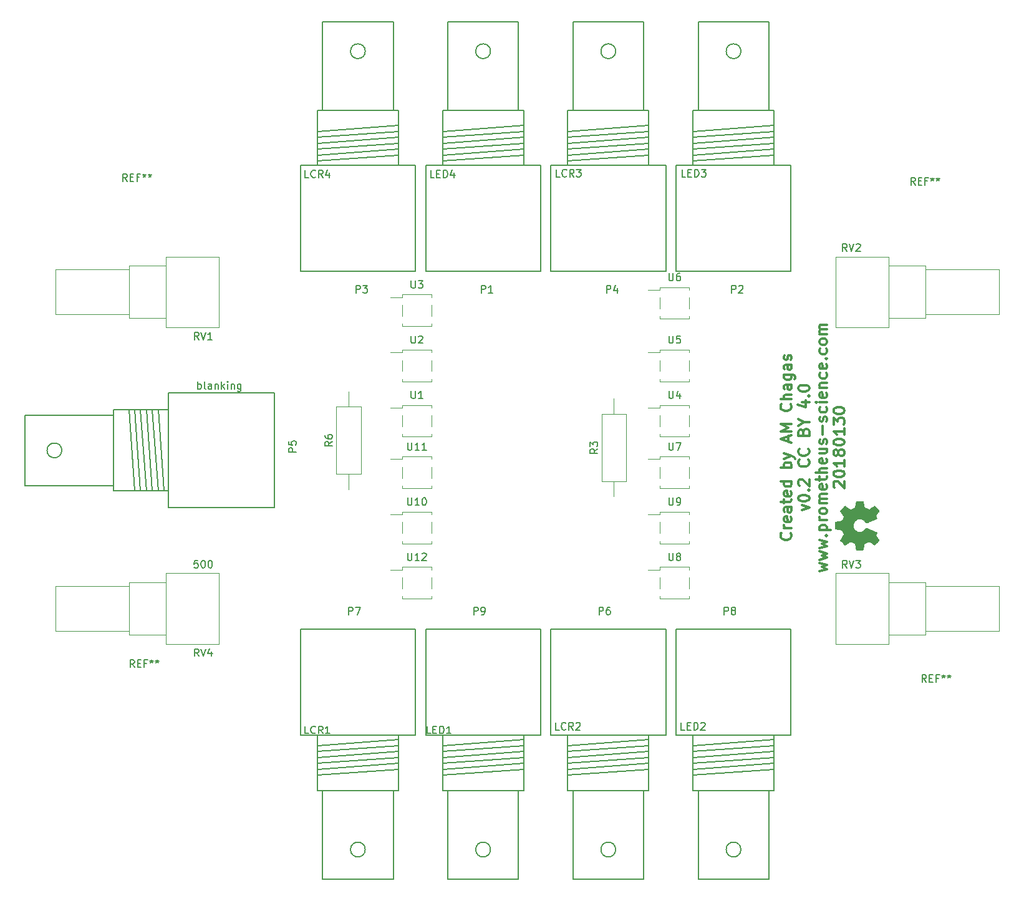
<source format=gbr>
G04 #@! TF.FileFunction,Legend,Top*
%FSLAX46Y46*%
G04 Gerber Fmt 4.6, Leading zero omitted, Abs format (unit mm)*
G04 Created by KiCad (PCBNEW 4.0.2-stable) date 30/01/2018 13:09:08*
%MOMM*%
G01*
G04 APERTURE LIST*
%ADD10C,0.100000*%
%ADD11C,0.300000*%
%ADD12C,0.150000*%
%ADD13C,0.120000*%
%ADD14C,0.010000*%
G04 APERTURE END LIST*
D10*
D11*
X157735714Y-85207142D02*
X157807143Y-85278571D01*
X157878571Y-85492857D01*
X157878571Y-85635714D01*
X157807143Y-85849999D01*
X157664286Y-85992857D01*
X157521429Y-86064285D01*
X157235714Y-86135714D01*
X157021429Y-86135714D01*
X156735714Y-86064285D01*
X156592857Y-85992857D01*
X156450000Y-85849999D01*
X156378571Y-85635714D01*
X156378571Y-85492857D01*
X156450000Y-85278571D01*
X156521429Y-85207142D01*
X157878571Y-84564285D02*
X156878571Y-84564285D01*
X157164286Y-84564285D02*
X157021429Y-84492857D01*
X156950000Y-84421428D01*
X156878571Y-84278571D01*
X156878571Y-84135714D01*
X157807143Y-83064286D02*
X157878571Y-83207143D01*
X157878571Y-83492857D01*
X157807143Y-83635714D01*
X157664286Y-83707143D01*
X157092857Y-83707143D01*
X156950000Y-83635714D01*
X156878571Y-83492857D01*
X156878571Y-83207143D01*
X156950000Y-83064286D01*
X157092857Y-82992857D01*
X157235714Y-82992857D01*
X157378571Y-83707143D01*
X157878571Y-81707143D02*
X157092857Y-81707143D01*
X156950000Y-81778572D01*
X156878571Y-81921429D01*
X156878571Y-82207143D01*
X156950000Y-82350000D01*
X157807143Y-81707143D02*
X157878571Y-81850000D01*
X157878571Y-82207143D01*
X157807143Y-82350000D01*
X157664286Y-82421429D01*
X157521429Y-82421429D01*
X157378571Y-82350000D01*
X157307143Y-82207143D01*
X157307143Y-81850000D01*
X157235714Y-81707143D01*
X156878571Y-81207143D02*
X156878571Y-80635714D01*
X156378571Y-80992857D02*
X157664286Y-80992857D01*
X157807143Y-80921429D01*
X157878571Y-80778571D01*
X157878571Y-80635714D01*
X157807143Y-79564286D02*
X157878571Y-79707143D01*
X157878571Y-79992857D01*
X157807143Y-80135714D01*
X157664286Y-80207143D01*
X157092857Y-80207143D01*
X156950000Y-80135714D01*
X156878571Y-79992857D01*
X156878571Y-79707143D01*
X156950000Y-79564286D01*
X157092857Y-79492857D01*
X157235714Y-79492857D01*
X157378571Y-80207143D01*
X157878571Y-78207143D02*
X156378571Y-78207143D01*
X157807143Y-78207143D02*
X157878571Y-78350000D01*
X157878571Y-78635714D01*
X157807143Y-78778572D01*
X157735714Y-78850000D01*
X157592857Y-78921429D01*
X157164286Y-78921429D01*
X157021429Y-78850000D01*
X156950000Y-78778572D01*
X156878571Y-78635714D01*
X156878571Y-78350000D01*
X156950000Y-78207143D01*
X157878571Y-76350000D02*
X156378571Y-76350000D01*
X156950000Y-76350000D02*
X156878571Y-76207143D01*
X156878571Y-75921429D01*
X156950000Y-75778572D01*
X157021429Y-75707143D01*
X157164286Y-75635714D01*
X157592857Y-75635714D01*
X157735714Y-75707143D01*
X157807143Y-75778572D01*
X157878571Y-75921429D01*
X157878571Y-76207143D01*
X157807143Y-76350000D01*
X156878571Y-75135714D02*
X157878571Y-74778571D01*
X156878571Y-74421429D02*
X157878571Y-74778571D01*
X158235714Y-74921429D01*
X158307143Y-74992857D01*
X158378571Y-75135714D01*
X157450000Y-72778572D02*
X157450000Y-72064286D01*
X157878571Y-72921429D02*
X156378571Y-72421429D01*
X157878571Y-71921429D01*
X157878571Y-71421429D02*
X156378571Y-71421429D01*
X157450000Y-70921429D01*
X156378571Y-70421429D01*
X157878571Y-70421429D01*
X157735714Y-67707143D02*
X157807143Y-67778572D01*
X157878571Y-67992858D01*
X157878571Y-68135715D01*
X157807143Y-68350000D01*
X157664286Y-68492858D01*
X157521429Y-68564286D01*
X157235714Y-68635715D01*
X157021429Y-68635715D01*
X156735714Y-68564286D01*
X156592857Y-68492858D01*
X156450000Y-68350000D01*
X156378571Y-68135715D01*
X156378571Y-67992858D01*
X156450000Y-67778572D01*
X156521429Y-67707143D01*
X157878571Y-67064286D02*
X156378571Y-67064286D01*
X157878571Y-66421429D02*
X157092857Y-66421429D01*
X156950000Y-66492858D01*
X156878571Y-66635715D01*
X156878571Y-66850000D01*
X156950000Y-66992858D01*
X157021429Y-67064286D01*
X157878571Y-65064286D02*
X157092857Y-65064286D01*
X156950000Y-65135715D01*
X156878571Y-65278572D01*
X156878571Y-65564286D01*
X156950000Y-65707143D01*
X157807143Y-65064286D02*
X157878571Y-65207143D01*
X157878571Y-65564286D01*
X157807143Y-65707143D01*
X157664286Y-65778572D01*
X157521429Y-65778572D01*
X157378571Y-65707143D01*
X157307143Y-65564286D01*
X157307143Y-65207143D01*
X157235714Y-65064286D01*
X156878571Y-63707143D02*
X158092857Y-63707143D01*
X158235714Y-63778572D01*
X158307143Y-63850000D01*
X158378571Y-63992857D01*
X158378571Y-64207143D01*
X158307143Y-64350000D01*
X157807143Y-63707143D02*
X157878571Y-63850000D01*
X157878571Y-64135714D01*
X157807143Y-64278572D01*
X157735714Y-64350000D01*
X157592857Y-64421429D01*
X157164286Y-64421429D01*
X157021429Y-64350000D01*
X156950000Y-64278572D01*
X156878571Y-64135714D01*
X156878571Y-63850000D01*
X156950000Y-63707143D01*
X157878571Y-62350000D02*
X157092857Y-62350000D01*
X156950000Y-62421429D01*
X156878571Y-62564286D01*
X156878571Y-62850000D01*
X156950000Y-62992857D01*
X157807143Y-62350000D02*
X157878571Y-62492857D01*
X157878571Y-62850000D01*
X157807143Y-62992857D01*
X157664286Y-63064286D01*
X157521429Y-63064286D01*
X157378571Y-62992857D01*
X157307143Y-62850000D01*
X157307143Y-62492857D01*
X157235714Y-62350000D01*
X157807143Y-61707143D02*
X157878571Y-61564286D01*
X157878571Y-61278571D01*
X157807143Y-61135714D01*
X157664286Y-61064286D01*
X157592857Y-61064286D01*
X157450000Y-61135714D01*
X157378571Y-61278571D01*
X157378571Y-61492857D01*
X157307143Y-61635714D01*
X157164286Y-61707143D01*
X157092857Y-61707143D01*
X156950000Y-61635714D01*
X156878571Y-61492857D01*
X156878571Y-61278571D01*
X156950000Y-61135714D01*
X159278571Y-82135713D02*
X160278571Y-81778570D01*
X159278571Y-81421428D01*
X158778571Y-80564285D02*
X158778571Y-80421428D01*
X158850000Y-80278571D01*
X158921429Y-80207142D01*
X159064286Y-80135713D01*
X159350000Y-80064285D01*
X159707143Y-80064285D01*
X159992857Y-80135713D01*
X160135714Y-80207142D01*
X160207143Y-80278571D01*
X160278571Y-80421428D01*
X160278571Y-80564285D01*
X160207143Y-80707142D01*
X160135714Y-80778571D01*
X159992857Y-80849999D01*
X159707143Y-80921428D01*
X159350000Y-80921428D01*
X159064286Y-80849999D01*
X158921429Y-80778571D01*
X158850000Y-80707142D01*
X158778571Y-80564285D01*
X160135714Y-79421428D02*
X160207143Y-79350000D01*
X160278571Y-79421428D01*
X160207143Y-79492857D01*
X160135714Y-79421428D01*
X160278571Y-79421428D01*
X158921429Y-78778571D02*
X158850000Y-78707142D01*
X158778571Y-78564285D01*
X158778571Y-78207142D01*
X158850000Y-78064285D01*
X158921429Y-77992856D01*
X159064286Y-77921428D01*
X159207143Y-77921428D01*
X159421429Y-77992856D01*
X160278571Y-78849999D01*
X160278571Y-77921428D01*
X160135714Y-75278571D02*
X160207143Y-75350000D01*
X160278571Y-75564286D01*
X160278571Y-75707143D01*
X160207143Y-75921428D01*
X160064286Y-76064286D01*
X159921429Y-76135714D01*
X159635714Y-76207143D01*
X159421429Y-76207143D01*
X159135714Y-76135714D01*
X158992857Y-76064286D01*
X158850000Y-75921428D01*
X158778571Y-75707143D01*
X158778571Y-75564286D01*
X158850000Y-75350000D01*
X158921429Y-75278571D01*
X160135714Y-73778571D02*
X160207143Y-73850000D01*
X160278571Y-74064286D01*
X160278571Y-74207143D01*
X160207143Y-74421428D01*
X160064286Y-74564286D01*
X159921429Y-74635714D01*
X159635714Y-74707143D01*
X159421429Y-74707143D01*
X159135714Y-74635714D01*
X158992857Y-74564286D01*
X158850000Y-74421428D01*
X158778571Y-74207143D01*
X158778571Y-74064286D01*
X158850000Y-73850000D01*
X158921429Y-73778571D01*
X159492857Y-71492857D02*
X159564286Y-71278571D01*
X159635714Y-71207143D01*
X159778571Y-71135714D01*
X159992857Y-71135714D01*
X160135714Y-71207143D01*
X160207143Y-71278571D01*
X160278571Y-71421429D01*
X160278571Y-71992857D01*
X158778571Y-71992857D01*
X158778571Y-71492857D01*
X158850000Y-71350000D01*
X158921429Y-71278571D01*
X159064286Y-71207143D01*
X159207143Y-71207143D01*
X159350000Y-71278571D01*
X159421429Y-71350000D01*
X159492857Y-71492857D01*
X159492857Y-71992857D01*
X159564286Y-70207143D02*
X160278571Y-70207143D01*
X158778571Y-70707143D02*
X159564286Y-70207143D01*
X158778571Y-69707143D01*
X159278571Y-67421429D02*
X160278571Y-67421429D01*
X158707143Y-67778572D02*
X159778571Y-68135715D01*
X159778571Y-67207143D01*
X160135714Y-66635715D02*
X160207143Y-66564287D01*
X160278571Y-66635715D01*
X160207143Y-66707144D01*
X160135714Y-66635715D01*
X160278571Y-66635715D01*
X158778571Y-65635715D02*
X158778571Y-65492858D01*
X158850000Y-65350001D01*
X158921429Y-65278572D01*
X159064286Y-65207143D01*
X159350000Y-65135715D01*
X159707143Y-65135715D01*
X159992857Y-65207143D01*
X160135714Y-65278572D01*
X160207143Y-65350001D01*
X160278571Y-65492858D01*
X160278571Y-65635715D01*
X160207143Y-65778572D01*
X160135714Y-65850001D01*
X159992857Y-65921429D01*
X159707143Y-65992858D01*
X159350000Y-65992858D01*
X159064286Y-65921429D01*
X158921429Y-65850001D01*
X158850000Y-65778572D01*
X158778571Y-65635715D01*
X161678571Y-90421429D02*
X162678571Y-90135715D01*
X161964286Y-89850001D01*
X162678571Y-89564286D01*
X161678571Y-89278572D01*
X161678571Y-88850000D02*
X162678571Y-88564286D01*
X161964286Y-88278572D01*
X162678571Y-87992857D01*
X161678571Y-87707143D01*
X161678571Y-87278571D02*
X162678571Y-86992857D01*
X161964286Y-86707143D01*
X162678571Y-86421428D01*
X161678571Y-86135714D01*
X162535714Y-85564285D02*
X162607143Y-85492857D01*
X162678571Y-85564285D01*
X162607143Y-85635714D01*
X162535714Y-85564285D01*
X162678571Y-85564285D01*
X161678571Y-84849999D02*
X163178571Y-84849999D01*
X161750000Y-84849999D02*
X161678571Y-84707142D01*
X161678571Y-84421428D01*
X161750000Y-84278571D01*
X161821429Y-84207142D01*
X161964286Y-84135713D01*
X162392857Y-84135713D01*
X162535714Y-84207142D01*
X162607143Y-84278571D01*
X162678571Y-84421428D01*
X162678571Y-84707142D01*
X162607143Y-84849999D01*
X162678571Y-83492856D02*
X161678571Y-83492856D01*
X161964286Y-83492856D02*
X161821429Y-83421428D01*
X161750000Y-83349999D01*
X161678571Y-83207142D01*
X161678571Y-83064285D01*
X162678571Y-82349999D02*
X162607143Y-82492857D01*
X162535714Y-82564285D01*
X162392857Y-82635714D01*
X161964286Y-82635714D01*
X161821429Y-82564285D01*
X161750000Y-82492857D01*
X161678571Y-82349999D01*
X161678571Y-82135714D01*
X161750000Y-81992857D01*
X161821429Y-81921428D01*
X161964286Y-81849999D01*
X162392857Y-81849999D01*
X162535714Y-81921428D01*
X162607143Y-81992857D01*
X162678571Y-82135714D01*
X162678571Y-82349999D01*
X162678571Y-81207142D02*
X161678571Y-81207142D01*
X161821429Y-81207142D02*
X161750000Y-81135714D01*
X161678571Y-80992856D01*
X161678571Y-80778571D01*
X161750000Y-80635714D01*
X161892857Y-80564285D01*
X162678571Y-80564285D01*
X161892857Y-80564285D02*
X161750000Y-80492856D01*
X161678571Y-80349999D01*
X161678571Y-80135714D01*
X161750000Y-79992856D01*
X161892857Y-79921428D01*
X162678571Y-79921428D01*
X162607143Y-78635714D02*
X162678571Y-78778571D01*
X162678571Y-79064285D01*
X162607143Y-79207142D01*
X162464286Y-79278571D01*
X161892857Y-79278571D01*
X161750000Y-79207142D01*
X161678571Y-79064285D01*
X161678571Y-78778571D01*
X161750000Y-78635714D01*
X161892857Y-78564285D01*
X162035714Y-78564285D01*
X162178571Y-79278571D01*
X161678571Y-78135714D02*
X161678571Y-77564285D01*
X161178571Y-77921428D02*
X162464286Y-77921428D01*
X162607143Y-77850000D01*
X162678571Y-77707142D01*
X162678571Y-77564285D01*
X162678571Y-77064285D02*
X161178571Y-77064285D01*
X162678571Y-76421428D02*
X161892857Y-76421428D01*
X161750000Y-76492857D01*
X161678571Y-76635714D01*
X161678571Y-76849999D01*
X161750000Y-76992857D01*
X161821429Y-77064285D01*
X162607143Y-75135714D02*
X162678571Y-75278571D01*
X162678571Y-75564285D01*
X162607143Y-75707142D01*
X162464286Y-75778571D01*
X161892857Y-75778571D01*
X161750000Y-75707142D01*
X161678571Y-75564285D01*
X161678571Y-75278571D01*
X161750000Y-75135714D01*
X161892857Y-75064285D01*
X162035714Y-75064285D01*
X162178571Y-75778571D01*
X161678571Y-73778571D02*
X162678571Y-73778571D01*
X161678571Y-74421428D02*
X162464286Y-74421428D01*
X162607143Y-74350000D01*
X162678571Y-74207142D01*
X162678571Y-73992857D01*
X162607143Y-73850000D01*
X162535714Y-73778571D01*
X162607143Y-73135714D02*
X162678571Y-72992857D01*
X162678571Y-72707142D01*
X162607143Y-72564285D01*
X162464286Y-72492857D01*
X162392857Y-72492857D01*
X162250000Y-72564285D01*
X162178571Y-72707142D01*
X162178571Y-72921428D01*
X162107143Y-73064285D01*
X161964286Y-73135714D01*
X161892857Y-73135714D01*
X161750000Y-73064285D01*
X161678571Y-72921428D01*
X161678571Y-72707142D01*
X161750000Y-72564285D01*
X162107143Y-71849999D02*
X162107143Y-70707142D01*
X162607143Y-70064285D02*
X162678571Y-69921428D01*
X162678571Y-69635713D01*
X162607143Y-69492856D01*
X162464286Y-69421428D01*
X162392857Y-69421428D01*
X162250000Y-69492856D01*
X162178571Y-69635713D01*
X162178571Y-69849999D01*
X162107143Y-69992856D01*
X161964286Y-70064285D01*
X161892857Y-70064285D01*
X161750000Y-69992856D01*
X161678571Y-69849999D01*
X161678571Y-69635713D01*
X161750000Y-69492856D01*
X162607143Y-68135713D02*
X162678571Y-68278570D01*
X162678571Y-68564284D01*
X162607143Y-68707142D01*
X162535714Y-68778570D01*
X162392857Y-68849999D01*
X161964286Y-68849999D01*
X161821429Y-68778570D01*
X161750000Y-68707142D01*
X161678571Y-68564284D01*
X161678571Y-68278570D01*
X161750000Y-68135713D01*
X162678571Y-67492856D02*
X161678571Y-67492856D01*
X161178571Y-67492856D02*
X161250000Y-67564285D01*
X161321429Y-67492856D01*
X161250000Y-67421428D01*
X161178571Y-67492856D01*
X161321429Y-67492856D01*
X162607143Y-66207142D02*
X162678571Y-66349999D01*
X162678571Y-66635713D01*
X162607143Y-66778570D01*
X162464286Y-66849999D01*
X161892857Y-66849999D01*
X161750000Y-66778570D01*
X161678571Y-66635713D01*
X161678571Y-66349999D01*
X161750000Y-66207142D01*
X161892857Y-66135713D01*
X162035714Y-66135713D01*
X162178571Y-66849999D01*
X161678571Y-65492856D02*
X162678571Y-65492856D01*
X161821429Y-65492856D02*
X161750000Y-65421428D01*
X161678571Y-65278570D01*
X161678571Y-65064285D01*
X161750000Y-64921428D01*
X161892857Y-64849999D01*
X162678571Y-64849999D01*
X162607143Y-63492856D02*
X162678571Y-63635713D01*
X162678571Y-63921427D01*
X162607143Y-64064285D01*
X162535714Y-64135713D01*
X162392857Y-64207142D01*
X161964286Y-64207142D01*
X161821429Y-64135713D01*
X161750000Y-64064285D01*
X161678571Y-63921427D01*
X161678571Y-63635713D01*
X161750000Y-63492856D01*
X162607143Y-62278571D02*
X162678571Y-62421428D01*
X162678571Y-62707142D01*
X162607143Y-62849999D01*
X162464286Y-62921428D01*
X161892857Y-62921428D01*
X161750000Y-62849999D01*
X161678571Y-62707142D01*
X161678571Y-62421428D01*
X161750000Y-62278571D01*
X161892857Y-62207142D01*
X162035714Y-62207142D01*
X162178571Y-62921428D01*
X162535714Y-61564285D02*
X162607143Y-61492857D01*
X162678571Y-61564285D01*
X162607143Y-61635714D01*
X162535714Y-61564285D01*
X162678571Y-61564285D01*
X162607143Y-60207142D02*
X162678571Y-60349999D01*
X162678571Y-60635713D01*
X162607143Y-60778571D01*
X162535714Y-60849999D01*
X162392857Y-60921428D01*
X161964286Y-60921428D01*
X161821429Y-60849999D01*
X161750000Y-60778571D01*
X161678571Y-60635713D01*
X161678571Y-60349999D01*
X161750000Y-60207142D01*
X162678571Y-59349999D02*
X162607143Y-59492857D01*
X162535714Y-59564285D01*
X162392857Y-59635714D01*
X161964286Y-59635714D01*
X161821429Y-59564285D01*
X161750000Y-59492857D01*
X161678571Y-59349999D01*
X161678571Y-59135714D01*
X161750000Y-58992857D01*
X161821429Y-58921428D01*
X161964286Y-58849999D01*
X162392857Y-58849999D01*
X162535714Y-58921428D01*
X162607143Y-58992857D01*
X162678571Y-59135714D01*
X162678571Y-59349999D01*
X162678571Y-58207142D02*
X161678571Y-58207142D01*
X161821429Y-58207142D02*
X161750000Y-58135714D01*
X161678571Y-57992856D01*
X161678571Y-57778571D01*
X161750000Y-57635714D01*
X161892857Y-57564285D01*
X162678571Y-57564285D01*
X161892857Y-57564285D02*
X161750000Y-57492856D01*
X161678571Y-57349999D01*
X161678571Y-57135714D01*
X161750000Y-56992856D01*
X161892857Y-56921428D01*
X162678571Y-56921428D01*
X163721429Y-79028570D02*
X163650000Y-78957141D01*
X163578571Y-78814284D01*
X163578571Y-78457141D01*
X163650000Y-78314284D01*
X163721429Y-78242855D01*
X163864286Y-78171427D01*
X164007143Y-78171427D01*
X164221429Y-78242855D01*
X165078571Y-79099998D01*
X165078571Y-78171427D01*
X163578571Y-77242856D02*
X163578571Y-77099999D01*
X163650000Y-76957142D01*
X163721429Y-76885713D01*
X163864286Y-76814284D01*
X164150000Y-76742856D01*
X164507143Y-76742856D01*
X164792857Y-76814284D01*
X164935714Y-76885713D01*
X165007143Y-76957142D01*
X165078571Y-77099999D01*
X165078571Y-77242856D01*
X165007143Y-77385713D01*
X164935714Y-77457142D01*
X164792857Y-77528570D01*
X164507143Y-77599999D01*
X164150000Y-77599999D01*
X163864286Y-77528570D01*
X163721429Y-77457142D01*
X163650000Y-77385713D01*
X163578571Y-77242856D01*
X165078571Y-75314285D02*
X165078571Y-76171428D01*
X165078571Y-75742856D02*
X163578571Y-75742856D01*
X163792857Y-75885713D01*
X163935714Y-76028571D01*
X164007143Y-76171428D01*
X164221429Y-74457142D02*
X164150000Y-74600000D01*
X164078571Y-74671428D01*
X163935714Y-74742857D01*
X163864286Y-74742857D01*
X163721429Y-74671428D01*
X163650000Y-74600000D01*
X163578571Y-74457142D01*
X163578571Y-74171428D01*
X163650000Y-74028571D01*
X163721429Y-73957142D01*
X163864286Y-73885714D01*
X163935714Y-73885714D01*
X164078571Y-73957142D01*
X164150000Y-74028571D01*
X164221429Y-74171428D01*
X164221429Y-74457142D01*
X164292857Y-74600000D01*
X164364286Y-74671428D01*
X164507143Y-74742857D01*
X164792857Y-74742857D01*
X164935714Y-74671428D01*
X165007143Y-74600000D01*
X165078571Y-74457142D01*
X165078571Y-74171428D01*
X165007143Y-74028571D01*
X164935714Y-73957142D01*
X164792857Y-73885714D01*
X164507143Y-73885714D01*
X164364286Y-73957142D01*
X164292857Y-74028571D01*
X164221429Y-74171428D01*
X163578571Y-72957143D02*
X163578571Y-72814286D01*
X163650000Y-72671429D01*
X163721429Y-72600000D01*
X163864286Y-72528571D01*
X164150000Y-72457143D01*
X164507143Y-72457143D01*
X164792857Y-72528571D01*
X164935714Y-72600000D01*
X165007143Y-72671429D01*
X165078571Y-72814286D01*
X165078571Y-72957143D01*
X165007143Y-73100000D01*
X164935714Y-73171429D01*
X164792857Y-73242857D01*
X164507143Y-73314286D01*
X164150000Y-73314286D01*
X163864286Y-73242857D01*
X163721429Y-73171429D01*
X163650000Y-73100000D01*
X163578571Y-72957143D01*
X165078571Y-71028572D02*
X165078571Y-71885715D01*
X165078571Y-71457143D02*
X163578571Y-71457143D01*
X163792857Y-71600000D01*
X163935714Y-71742858D01*
X164007143Y-71885715D01*
X163578571Y-70528572D02*
X163578571Y-69600001D01*
X164150000Y-70100001D01*
X164150000Y-69885715D01*
X164221429Y-69742858D01*
X164292857Y-69671429D01*
X164435714Y-69600001D01*
X164792857Y-69600001D01*
X164935714Y-69671429D01*
X165007143Y-69742858D01*
X165078571Y-69885715D01*
X165078571Y-70314287D01*
X165007143Y-70457144D01*
X164935714Y-70528572D01*
X163578571Y-68671430D02*
X163578571Y-68528573D01*
X163650000Y-68385716D01*
X163721429Y-68314287D01*
X163864286Y-68242858D01*
X164150000Y-68171430D01*
X164507143Y-68171430D01*
X164792857Y-68242858D01*
X164935714Y-68314287D01*
X165007143Y-68385716D01*
X165078571Y-68528573D01*
X165078571Y-68671430D01*
X165007143Y-68814287D01*
X164935714Y-68885716D01*
X164792857Y-68957144D01*
X164507143Y-69028573D01*
X164150000Y-69028573D01*
X163864286Y-68957144D01*
X163721429Y-68885716D01*
X163650000Y-68814287D01*
X163578571Y-68671430D01*
D12*
X110500900Y-30699160D02*
X121499100Y-29899060D01*
X110500900Y-31499260D02*
X121499100Y-30699160D01*
X110500900Y-32299360D02*
X121499100Y-31499260D01*
X110500900Y-33099460D02*
X121499100Y-32299360D01*
X110500900Y-33899560D02*
X121499100Y-33099460D01*
X110500900Y-34699660D02*
X121499100Y-33899560D01*
X117000760Y-19800020D02*
G75*
G03X117000760Y-19800020I-1000760J0D01*
G01*
X120800600Y-27801020D02*
X120800600Y-15799520D01*
X120800600Y-15799520D02*
X111199400Y-15799520D01*
X111199400Y-15799520D02*
X111199400Y-27801020D01*
X121499100Y-35299100D02*
X121499100Y-27801020D01*
X121499100Y-27801020D02*
X110500900Y-27801020D01*
X110500900Y-27801020D02*
X110500900Y-35299100D01*
X108199660Y-49700900D02*
X123800340Y-49700900D01*
X123800340Y-49700900D02*
X123800340Y-35299100D01*
X123800340Y-35299100D02*
X108199660Y-35299100D01*
X108199660Y-35299100D02*
X108199660Y-49700900D01*
X144500900Y-30699160D02*
X155499100Y-29899060D01*
X144500900Y-31499260D02*
X155499100Y-30699160D01*
X144500900Y-32299360D02*
X155499100Y-31499260D01*
X144500900Y-33099460D02*
X155499100Y-32299360D01*
X144500900Y-33899560D02*
X155499100Y-33099460D01*
X144500900Y-34699660D02*
X155499100Y-33899560D01*
X151000760Y-19800020D02*
G75*
G03X151000760Y-19800020I-1000760J0D01*
G01*
X154800600Y-27801020D02*
X154800600Y-15799520D01*
X154800600Y-15799520D02*
X145199400Y-15799520D01*
X145199400Y-15799520D02*
X145199400Y-27801020D01*
X155499100Y-35299100D02*
X155499100Y-27801020D01*
X155499100Y-27801020D02*
X144500900Y-27801020D01*
X144500900Y-27801020D02*
X144500900Y-35299100D01*
X142199660Y-49700900D02*
X157800340Y-49700900D01*
X157800340Y-49700900D02*
X157800340Y-35299100D01*
X157800340Y-35299100D02*
X142199660Y-35299100D01*
X142199660Y-35299100D02*
X142199660Y-49700900D01*
X93500900Y-30699160D02*
X104499100Y-29899060D01*
X93500900Y-31499260D02*
X104499100Y-30699160D01*
X93500900Y-32299360D02*
X104499100Y-31499260D01*
X93500900Y-33099460D02*
X104499100Y-32299360D01*
X93500900Y-33899560D02*
X104499100Y-33099460D01*
X93500900Y-34699660D02*
X104499100Y-33899560D01*
X100000760Y-19800020D02*
G75*
G03X100000760Y-19800020I-1000760J0D01*
G01*
X103800600Y-27801020D02*
X103800600Y-15799520D01*
X103800600Y-15799520D02*
X94199400Y-15799520D01*
X94199400Y-15799520D02*
X94199400Y-27801020D01*
X104499100Y-35299100D02*
X104499100Y-27801020D01*
X104499100Y-27801020D02*
X93500900Y-27801020D01*
X93500900Y-27801020D02*
X93500900Y-35299100D01*
X91199660Y-49700900D02*
X106800340Y-49700900D01*
X106800340Y-49700900D02*
X106800340Y-35299100D01*
X106800340Y-35299100D02*
X91199660Y-35299100D01*
X91199660Y-35299100D02*
X91199660Y-49700900D01*
X127500900Y-30699160D02*
X138499100Y-29899060D01*
X127500900Y-31499260D02*
X138499100Y-30699160D01*
X127500900Y-32299360D02*
X138499100Y-31499260D01*
X127500900Y-33099460D02*
X138499100Y-32299360D01*
X127500900Y-33899560D02*
X138499100Y-33099460D01*
X127500900Y-34699660D02*
X138499100Y-33899560D01*
X134000760Y-19800020D02*
G75*
G03X134000760Y-19800020I-1000760J0D01*
G01*
X137800600Y-27801020D02*
X137800600Y-15799520D01*
X137800600Y-15799520D02*
X128199400Y-15799520D01*
X128199400Y-15799520D02*
X128199400Y-27801020D01*
X138499100Y-35299100D02*
X138499100Y-27801020D01*
X138499100Y-27801020D02*
X127500900Y-27801020D01*
X127500900Y-27801020D02*
X127500900Y-35299100D01*
X125199660Y-49700900D02*
X140800340Y-49700900D01*
X140800340Y-49700900D02*
X140800340Y-35299100D01*
X140800340Y-35299100D02*
X125199660Y-35299100D01*
X125199660Y-35299100D02*
X125199660Y-49700900D01*
X68699160Y-79499100D02*
X67899060Y-68500900D01*
X69499260Y-79499100D02*
X68699160Y-68500900D01*
X70299360Y-79499100D02*
X69499260Y-68500900D01*
X71099460Y-79499100D02*
X70299360Y-68500900D01*
X71899560Y-79499100D02*
X71099460Y-68500900D01*
X72699660Y-79499100D02*
X71899560Y-68500900D01*
X58800780Y-74000000D02*
G75*
G03X58800780Y-74000000I-1000760J0D01*
G01*
X65801020Y-69199400D02*
X53799520Y-69199400D01*
X53799520Y-69199400D02*
X53799520Y-78800600D01*
X53799520Y-78800600D02*
X65801020Y-78800600D01*
X73299100Y-68500900D02*
X65801020Y-68500900D01*
X65801020Y-68500900D02*
X65801020Y-79499100D01*
X65801020Y-79499100D02*
X73299100Y-79499100D01*
X87700900Y-81800340D02*
X87700900Y-66199660D01*
X87700900Y-66199660D02*
X73299100Y-66199660D01*
X73299100Y-66199660D02*
X73299100Y-81800340D01*
X73299100Y-81800340D02*
X87700900Y-81800340D01*
X138499100Y-117300840D02*
X127500900Y-118100940D01*
X138499100Y-116500740D02*
X127500900Y-117300840D01*
X138499100Y-115700640D02*
X127500900Y-116500740D01*
X138499100Y-114900540D02*
X127500900Y-115700640D01*
X138499100Y-114100440D02*
X127500900Y-114900540D01*
X138499100Y-113300340D02*
X127500900Y-114100440D01*
X134000760Y-128199980D02*
G75*
G03X134000760Y-128199980I-1000760J0D01*
G01*
X128199400Y-120198980D02*
X128199400Y-132200480D01*
X128199400Y-132200480D02*
X137800600Y-132200480D01*
X137800600Y-132200480D02*
X137800600Y-120198980D01*
X127500900Y-112700900D02*
X127500900Y-120198980D01*
X127500900Y-120198980D02*
X138499100Y-120198980D01*
X138499100Y-120198980D02*
X138499100Y-112700900D01*
X140800340Y-98299100D02*
X125199660Y-98299100D01*
X125199660Y-98299100D02*
X125199660Y-112700900D01*
X125199660Y-112700900D02*
X140800340Y-112700900D01*
X140800340Y-112700900D02*
X140800340Y-98299100D01*
X104499100Y-117300840D02*
X93500900Y-118100940D01*
X104499100Y-116500740D02*
X93500900Y-117300840D01*
X104499100Y-115700640D02*
X93500900Y-116500740D01*
X104499100Y-114900540D02*
X93500900Y-115700640D01*
X104499100Y-114100440D02*
X93500900Y-114900540D01*
X104499100Y-113300340D02*
X93500900Y-114100440D01*
X100000760Y-128199980D02*
G75*
G03X100000760Y-128199980I-1000760J0D01*
G01*
X94199400Y-120198980D02*
X94199400Y-132200480D01*
X94199400Y-132200480D02*
X103800600Y-132200480D01*
X103800600Y-132200480D02*
X103800600Y-120198980D01*
X93500900Y-112700900D02*
X93500900Y-120198980D01*
X93500900Y-120198980D02*
X104499100Y-120198980D01*
X104499100Y-120198980D02*
X104499100Y-112700900D01*
X106800340Y-98299100D02*
X91199660Y-98299100D01*
X91199660Y-98299100D02*
X91199660Y-112700900D01*
X91199660Y-112700900D02*
X106800340Y-112700900D01*
X106800340Y-112700900D02*
X106800340Y-98299100D01*
X155499100Y-117300840D02*
X144500900Y-118100940D01*
X155499100Y-116500740D02*
X144500900Y-117300840D01*
X155499100Y-115700640D02*
X144500900Y-116500740D01*
X155499100Y-114900540D02*
X144500900Y-115700640D01*
X155499100Y-114100440D02*
X144500900Y-114900540D01*
X155499100Y-113300340D02*
X144500900Y-114100440D01*
X151000760Y-128199980D02*
G75*
G03X151000760Y-128199980I-1000760J0D01*
G01*
X145199400Y-120198980D02*
X145199400Y-132200480D01*
X145199400Y-132200480D02*
X154800600Y-132200480D01*
X154800600Y-132200480D02*
X154800600Y-120198980D01*
X144500900Y-112700900D02*
X144500900Y-120198980D01*
X144500900Y-120198980D02*
X155499100Y-120198980D01*
X155499100Y-120198980D02*
X155499100Y-112700900D01*
X157800340Y-98299100D02*
X142199660Y-98299100D01*
X142199660Y-98299100D02*
X142199660Y-112700900D01*
X142199660Y-112700900D02*
X157800340Y-112700900D01*
X157800340Y-112700900D02*
X157800340Y-98299100D01*
X121499100Y-117300840D02*
X110500900Y-118100940D01*
X121499100Y-116500740D02*
X110500900Y-117300840D01*
X121499100Y-115700640D02*
X110500900Y-116500740D01*
X121499100Y-114900540D02*
X110500900Y-115700640D01*
X121499100Y-114100440D02*
X110500900Y-114900540D01*
X121499100Y-113300340D02*
X110500900Y-114100440D01*
X117000760Y-128199980D02*
G75*
G03X117000760Y-128199980I-1000760J0D01*
G01*
X111199400Y-120198980D02*
X111199400Y-132200480D01*
X111199400Y-132200480D02*
X120800600Y-132200480D01*
X120800600Y-132200480D02*
X120800600Y-120198980D01*
X110500900Y-112700900D02*
X110500900Y-120198980D01*
X110500900Y-120198980D02*
X121499100Y-120198980D01*
X121499100Y-120198980D02*
X121499100Y-112700900D01*
X123800340Y-98299100D02*
X108199660Y-98299100D01*
X108199660Y-98299100D02*
X108199660Y-112700900D01*
X108199660Y-112700900D02*
X123800340Y-112700900D01*
X123800340Y-112700900D02*
X123800340Y-98299100D01*
D13*
X132090000Y-78190000D02*
X135410000Y-78190000D01*
X135410000Y-78190000D02*
X135410000Y-69070000D01*
X135410000Y-69070000D02*
X132090000Y-69070000D01*
X132090000Y-69070000D02*
X132090000Y-78190000D01*
X133750000Y-80270000D02*
X133750000Y-78190000D01*
X133750000Y-66990000D02*
X133750000Y-69070000D01*
X109000000Y-72150000D02*
X109000000Y-71800000D01*
X105000000Y-72150000D02*
X109000000Y-72150000D01*
X105000000Y-71800000D02*
X105000000Y-72150000D01*
X105000000Y-68200000D02*
X103400000Y-68200000D01*
X109000000Y-67850000D02*
X109000000Y-68200000D01*
X105000000Y-67850000D02*
X109000000Y-67850000D01*
X105000000Y-68200000D02*
X105000000Y-67850000D01*
X105000000Y-70750000D02*
X105000000Y-69250000D01*
X109000000Y-70750000D02*
X109000000Y-69250000D01*
X109000000Y-64650000D02*
X109000000Y-64300000D01*
X105000000Y-64650000D02*
X109000000Y-64650000D01*
X105000000Y-64300000D02*
X105000000Y-64650000D01*
X105000000Y-60700000D02*
X103400000Y-60700000D01*
X109000000Y-60350000D02*
X109000000Y-60700000D01*
X105000000Y-60350000D02*
X109000000Y-60350000D01*
X105000000Y-60700000D02*
X105000000Y-60350000D01*
X105000000Y-63250000D02*
X105000000Y-61750000D01*
X109000000Y-63250000D02*
X109000000Y-61750000D01*
X109000000Y-57150000D02*
X109000000Y-56800000D01*
X105000000Y-57150000D02*
X109000000Y-57150000D01*
X105000000Y-56800000D02*
X105000000Y-57150000D01*
X105000000Y-53200000D02*
X103400000Y-53200000D01*
X109000000Y-52850000D02*
X109000000Y-53200000D01*
X105000000Y-52850000D02*
X109000000Y-52850000D01*
X105000000Y-53200000D02*
X105000000Y-52850000D01*
X105000000Y-55750000D02*
X105000000Y-54250000D01*
X109000000Y-55750000D02*
X109000000Y-54250000D01*
X144000000Y-72150000D02*
X144000000Y-71800000D01*
X140000000Y-72150000D02*
X144000000Y-72150000D01*
X140000000Y-71800000D02*
X140000000Y-72150000D01*
X140000000Y-68200000D02*
X138400000Y-68200000D01*
X144000000Y-67850000D02*
X144000000Y-68200000D01*
X140000000Y-67850000D02*
X144000000Y-67850000D01*
X140000000Y-68200000D02*
X140000000Y-67850000D01*
X140000000Y-70750000D02*
X140000000Y-69250000D01*
X144000000Y-70750000D02*
X144000000Y-69250000D01*
X144000000Y-64650000D02*
X144000000Y-64300000D01*
X140000000Y-64650000D02*
X144000000Y-64650000D01*
X140000000Y-64300000D02*
X140000000Y-64650000D01*
X140000000Y-60700000D02*
X138400000Y-60700000D01*
X144000000Y-60350000D02*
X144000000Y-60700000D01*
X140000000Y-60350000D02*
X144000000Y-60350000D01*
X140000000Y-60700000D02*
X140000000Y-60350000D01*
X140000000Y-63250000D02*
X140000000Y-61750000D01*
X144000000Y-63250000D02*
X144000000Y-61750000D01*
X144000000Y-56150000D02*
X144000000Y-55800000D01*
X140000000Y-56150000D02*
X144000000Y-56150000D01*
X140000000Y-55800000D02*
X140000000Y-56150000D01*
X140000000Y-52200000D02*
X138400000Y-52200000D01*
X144000000Y-51850000D02*
X144000000Y-52200000D01*
X140000000Y-51850000D02*
X144000000Y-51850000D01*
X140000000Y-52200000D02*
X140000000Y-51850000D01*
X140000000Y-54750000D02*
X140000000Y-53250000D01*
X144000000Y-54750000D02*
X144000000Y-53250000D01*
X144000000Y-79150000D02*
X144000000Y-78800000D01*
X140000000Y-79150000D02*
X144000000Y-79150000D01*
X140000000Y-78800000D02*
X140000000Y-79150000D01*
X140000000Y-75200000D02*
X138400000Y-75200000D01*
X144000000Y-74850000D02*
X144000000Y-75200000D01*
X140000000Y-74850000D02*
X144000000Y-74850000D01*
X140000000Y-75200000D02*
X140000000Y-74850000D01*
X140000000Y-77750000D02*
X140000000Y-76250000D01*
X144000000Y-77750000D02*
X144000000Y-76250000D01*
X144000000Y-94150000D02*
X144000000Y-93800000D01*
X140000000Y-94150000D02*
X144000000Y-94150000D01*
X140000000Y-93800000D02*
X140000000Y-94150000D01*
X140000000Y-90200000D02*
X138400000Y-90200000D01*
X144000000Y-89850000D02*
X144000000Y-90200000D01*
X140000000Y-89850000D02*
X144000000Y-89850000D01*
X140000000Y-90200000D02*
X140000000Y-89850000D01*
X140000000Y-92750000D02*
X140000000Y-91250000D01*
X144000000Y-92750000D02*
X144000000Y-91250000D01*
X144000000Y-86650000D02*
X144000000Y-86300000D01*
X140000000Y-86650000D02*
X144000000Y-86650000D01*
X140000000Y-86300000D02*
X140000000Y-86650000D01*
X140000000Y-82700000D02*
X138400000Y-82700000D01*
X144000000Y-82350000D02*
X144000000Y-82700000D01*
X140000000Y-82350000D02*
X144000000Y-82350000D01*
X140000000Y-82700000D02*
X140000000Y-82350000D01*
X140000000Y-85250000D02*
X140000000Y-83750000D01*
X144000000Y-85250000D02*
X144000000Y-83750000D01*
X109000000Y-86650000D02*
X109000000Y-86300000D01*
X105000000Y-86650000D02*
X109000000Y-86650000D01*
X105000000Y-86300000D02*
X105000000Y-86650000D01*
X105000000Y-82700000D02*
X103400000Y-82700000D01*
X109000000Y-82350000D02*
X109000000Y-82700000D01*
X105000000Y-82350000D02*
X109000000Y-82350000D01*
X105000000Y-82700000D02*
X105000000Y-82350000D01*
X105000000Y-85250000D02*
X105000000Y-83750000D01*
X109000000Y-85250000D02*
X109000000Y-83750000D01*
X109000000Y-79150000D02*
X109000000Y-78800000D01*
X105000000Y-79150000D02*
X109000000Y-79150000D01*
X105000000Y-78800000D02*
X105000000Y-79150000D01*
X105000000Y-75200000D02*
X103400000Y-75200000D01*
X109000000Y-74850000D02*
X109000000Y-75200000D01*
X105000000Y-74850000D02*
X109000000Y-74850000D01*
X105000000Y-75200000D02*
X105000000Y-74850000D01*
X105000000Y-77750000D02*
X105000000Y-76250000D01*
X109000000Y-77750000D02*
X109000000Y-76250000D01*
X109000000Y-94150000D02*
X109000000Y-93800000D01*
X105000000Y-94150000D02*
X109000000Y-94150000D01*
X105000000Y-93800000D02*
X105000000Y-94150000D01*
X105000000Y-90200000D02*
X103400000Y-90200000D01*
X109000000Y-89850000D02*
X109000000Y-90200000D01*
X105000000Y-89850000D02*
X109000000Y-89850000D01*
X105000000Y-90200000D02*
X105000000Y-89850000D01*
X105000000Y-92750000D02*
X105000000Y-91250000D01*
X109000000Y-92750000D02*
X109000000Y-91250000D01*
D14*
G36*
X164268931Y-83644186D02*
X164713555Y-83560365D01*
X164841053Y-83251080D01*
X164968551Y-82941794D01*
X164716246Y-82570754D01*
X164645996Y-82466843D01*
X164583272Y-82372913D01*
X164530938Y-82293348D01*
X164491857Y-82232530D01*
X164468893Y-82194843D01*
X164463942Y-82184579D01*
X164476676Y-82166090D01*
X164511882Y-82126580D01*
X164565062Y-82070478D01*
X164631718Y-82002213D01*
X164707354Y-81926214D01*
X164787472Y-81846908D01*
X164867574Y-81768725D01*
X164943164Y-81696093D01*
X165009745Y-81633441D01*
X165062818Y-81585197D01*
X165097887Y-81555790D01*
X165109623Y-81548759D01*
X165131260Y-81558877D01*
X165178662Y-81587241D01*
X165247193Y-81630871D01*
X165332215Y-81686782D01*
X165429093Y-81751994D01*
X165484350Y-81789781D01*
X165585248Y-81858657D01*
X165676299Y-81919860D01*
X165752970Y-81970422D01*
X165810728Y-82007372D01*
X165845043Y-82027742D01*
X165852254Y-82030803D01*
X165872748Y-82023864D01*
X165920513Y-82004949D01*
X165988832Y-81976913D01*
X166070989Y-81942609D01*
X166160270Y-81904891D01*
X166249958Y-81866613D01*
X166333338Y-81830630D01*
X166403694Y-81799794D01*
X166454310Y-81776961D01*
X166478471Y-81764983D01*
X166479422Y-81764276D01*
X166484036Y-81745469D01*
X166494328Y-81695382D01*
X166509287Y-81619207D01*
X166527901Y-81522135D01*
X166549159Y-81409357D01*
X166561418Y-81343558D01*
X166584362Y-81223050D01*
X166606195Y-81114203D01*
X166625722Y-81022524D01*
X166641748Y-80953519D01*
X166653079Y-80912696D01*
X166656674Y-80904489D01*
X166681006Y-80896452D01*
X166735959Y-80889967D01*
X166815108Y-80885030D01*
X166912026Y-80881636D01*
X167020287Y-80879782D01*
X167133465Y-80879462D01*
X167245135Y-80880673D01*
X167348868Y-80883410D01*
X167438241Y-80887669D01*
X167506826Y-80893445D01*
X167548197Y-80900733D01*
X167556810Y-80905105D01*
X167567133Y-80931236D01*
X167581892Y-80986607D01*
X167599352Y-81063893D01*
X167617780Y-81155770D01*
X167623741Y-81187842D01*
X167652066Y-81342476D01*
X167674876Y-81464625D01*
X167693080Y-81558327D01*
X167707583Y-81627616D01*
X167719292Y-81676529D01*
X167729115Y-81709103D01*
X167737956Y-81729372D01*
X167746724Y-81741374D01*
X167748457Y-81743053D01*
X167776371Y-81759816D01*
X167830695Y-81785386D01*
X167904777Y-81817212D01*
X167991965Y-81852740D01*
X168085608Y-81889417D01*
X168179052Y-81924689D01*
X168265647Y-81956004D01*
X168338740Y-81980807D01*
X168391678Y-81996546D01*
X168417811Y-82000668D01*
X168418726Y-82000324D01*
X168440086Y-81986359D01*
X168487084Y-81954678D01*
X168554827Y-81908609D01*
X168638423Y-81851482D01*
X168732982Y-81786627D01*
X168759854Y-81768157D01*
X168857275Y-81702301D01*
X168946163Y-81644350D01*
X169021412Y-81597462D01*
X169077920Y-81564793D01*
X169110581Y-81549500D01*
X169114593Y-81548759D01*
X169135684Y-81561608D01*
X169177464Y-81597112D01*
X169235445Y-81650707D01*
X169305135Y-81717829D01*
X169382045Y-81793913D01*
X169461683Y-81874396D01*
X169539561Y-81954713D01*
X169611186Y-82030301D01*
X169672070Y-82096595D01*
X169717721Y-82149031D01*
X169743650Y-82183045D01*
X169747883Y-82192455D01*
X169737912Y-82214357D01*
X169711020Y-82259200D01*
X169671736Y-82319679D01*
X169640117Y-82366211D01*
X169582098Y-82450525D01*
X169513784Y-82550374D01*
X169445579Y-82650527D01*
X169409075Y-82704373D01*
X169285800Y-82886629D01*
X169368520Y-83039619D01*
X169404759Y-83109318D01*
X169432926Y-83168586D01*
X169448991Y-83208689D01*
X169451226Y-83218897D01*
X169434722Y-83231171D01*
X169388082Y-83255387D01*
X169315609Y-83289737D01*
X169221606Y-83332412D01*
X169110374Y-83381606D01*
X168986215Y-83435510D01*
X168853432Y-83492316D01*
X168716327Y-83550218D01*
X168579202Y-83607407D01*
X168446358Y-83662076D01*
X168322098Y-83712416D01*
X168210725Y-83756620D01*
X168116539Y-83792881D01*
X168043844Y-83819391D01*
X167996941Y-83834342D01*
X167980833Y-83836746D01*
X167960286Y-83817689D01*
X167926933Y-83775964D01*
X167887702Y-83720294D01*
X167884599Y-83715622D01*
X167769423Y-83571736D01*
X167635053Y-83455717D01*
X167485784Y-83368570D01*
X167325913Y-83311301D01*
X167159737Y-83284914D01*
X166991552Y-83290415D01*
X166825655Y-83328810D01*
X166666342Y-83401105D01*
X166631487Y-83422374D01*
X166490737Y-83533004D01*
X166377714Y-83663698D01*
X166293003Y-83809936D01*
X166237194Y-83967192D01*
X166210874Y-84130943D01*
X166214630Y-84296667D01*
X166249050Y-84459838D01*
X166314723Y-84615935D01*
X166412235Y-84760433D01*
X166451813Y-84805131D01*
X166575703Y-84918888D01*
X166706124Y-85001782D01*
X166852315Y-85058644D01*
X166997088Y-85090313D01*
X167159860Y-85098131D01*
X167323440Y-85072062D01*
X167482298Y-85014755D01*
X167630906Y-84928856D01*
X167763735Y-84817014D01*
X167875256Y-84681877D01*
X167887011Y-84664117D01*
X167925508Y-84607850D01*
X167958863Y-84565077D01*
X167980160Y-84544628D01*
X167980833Y-84544331D01*
X168003871Y-84548721D01*
X168056157Y-84566124D01*
X168133390Y-84594732D01*
X168231268Y-84632735D01*
X168345491Y-84678326D01*
X168471758Y-84729697D01*
X168605767Y-84785038D01*
X168743218Y-84842542D01*
X168879808Y-84900399D01*
X169011237Y-84956802D01*
X169133205Y-85009942D01*
X169241409Y-85058010D01*
X169331549Y-85099199D01*
X169399323Y-85131699D01*
X169440430Y-85153703D01*
X169451226Y-85162564D01*
X169442819Y-85189640D01*
X169420272Y-85240303D01*
X169387613Y-85305817D01*
X169368520Y-85341841D01*
X169285800Y-85494832D01*
X169409075Y-85677088D01*
X169472228Y-85770125D01*
X169541727Y-85871985D01*
X169607165Y-85967438D01*
X169640117Y-86015250D01*
X169685273Y-86082495D01*
X169721057Y-86139436D01*
X169742938Y-86178646D01*
X169747563Y-86191381D01*
X169735085Y-86209917D01*
X169700252Y-86250941D01*
X169646678Y-86310475D01*
X169577983Y-86384542D01*
X169497781Y-86469165D01*
X169446286Y-86522685D01*
X169354286Y-86616319D01*
X169271999Y-86697241D01*
X169202945Y-86762177D01*
X169150644Y-86807858D01*
X169118616Y-86831011D01*
X169112116Y-86833232D01*
X169087394Y-86822924D01*
X169037405Y-86794439D01*
X168967212Y-86750937D01*
X168881875Y-86695577D01*
X168786456Y-86631520D01*
X168759854Y-86613303D01*
X168663167Y-86546927D01*
X168576117Y-86487378D01*
X168503595Y-86437984D01*
X168450493Y-86402075D01*
X168421703Y-86382981D01*
X168418726Y-86381136D01*
X168395782Y-86383895D01*
X168345336Y-86398538D01*
X168274041Y-86422513D01*
X168188547Y-86453266D01*
X168095507Y-86488244D01*
X168001574Y-86524893D01*
X167913399Y-86560661D01*
X167837634Y-86592994D01*
X167780931Y-86619338D01*
X167749943Y-86637142D01*
X167748457Y-86638407D01*
X167739601Y-86649294D01*
X167730843Y-86667682D01*
X167721277Y-86697606D01*
X167709996Y-86743103D01*
X167696093Y-86808209D01*
X167678663Y-86896961D01*
X167656798Y-87013393D01*
X167629591Y-87161542D01*
X167623741Y-87193618D01*
X167605374Y-87288686D01*
X167587405Y-87371565D01*
X167571569Y-87434930D01*
X167559600Y-87471458D01*
X167556810Y-87476356D01*
X167532072Y-87484427D01*
X167476790Y-87490987D01*
X167397389Y-87496033D01*
X167300296Y-87499559D01*
X167191938Y-87501561D01*
X167078740Y-87502036D01*
X166967128Y-87500977D01*
X166863529Y-87498382D01*
X166774368Y-87494246D01*
X166706072Y-87488563D01*
X166665066Y-87481331D01*
X166656674Y-87476971D01*
X166648208Y-87452698D01*
X166634435Y-87397426D01*
X166616550Y-87316662D01*
X166595748Y-87215912D01*
X166573223Y-87100683D01*
X166561418Y-87037902D01*
X166539151Y-86918787D01*
X166518979Y-86812565D01*
X166501915Y-86724427D01*
X166488969Y-86659566D01*
X166481155Y-86623174D01*
X166479422Y-86617184D01*
X166459890Y-86607061D01*
X166412843Y-86585662D01*
X166345003Y-86555839D01*
X166263091Y-86520445D01*
X166173828Y-86482332D01*
X166083935Y-86444353D01*
X166000135Y-86409360D01*
X165929147Y-86380206D01*
X165877694Y-86359743D01*
X165852497Y-86350823D01*
X165851396Y-86350657D01*
X165831519Y-86360769D01*
X165785777Y-86389117D01*
X165718717Y-86432723D01*
X165634884Y-86488606D01*
X165538826Y-86553787D01*
X165483650Y-86591679D01*
X165382481Y-86660725D01*
X165290630Y-86722050D01*
X165212744Y-86772663D01*
X165153469Y-86809571D01*
X165117451Y-86829782D01*
X165109377Y-86832701D01*
X165090584Y-86820153D01*
X165050457Y-86785463D01*
X164993493Y-86733063D01*
X164924185Y-86667384D01*
X164847031Y-86592856D01*
X164766525Y-86513913D01*
X164687163Y-86434983D01*
X164613440Y-86360500D01*
X164549852Y-86294894D01*
X164500894Y-86242596D01*
X164471061Y-86208039D01*
X164463942Y-86196478D01*
X164473953Y-86177654D01*
X164502078Y-86132631D01*
X164545454Y-86065787D01*
X164601218Y-85981499D01*
X164666506Y-85884144D01*
X164716246Y-85810707D01*
X164968551Y-85439667D01*
X164713555Y-84821095D01*
X164268931Y-84737275D01*
X163824307Y-84653454D01*
X163824307Y-83728006D01*
X164268931Y-83644186D01*
X164268931Y-83644186D01*
G37*
X164268931Y-83644186D02*
X164713555Y-83560365D01*
X164841053Y-83251080D01*
X164968551Y-82941794D01*
X164716246Y-82570754D01*
X164645996Y-82466843D01*
X164583272Y-82372913D01*
X164530938Y-82293348D01*
X164491857Y-82232530D01*
X164468893Y-82194843D01*
X164463942Y-82184579D01*
X164476676Y-82166090D01*
X164511882Y-82126580D01*
X164565062Y-82070478D01*
X164631718Y-82002213D01*
X164707354Y-81926214D01*
X164787472Y-81846908D01*
X164867574Y-81768725D01*
X164943164Y-81696093D01*
X165009745Y-81633441D01*
X165062818Y-81585197D01*
X165097887Y-81555790D01*
X165109623Y-81548759D01*
X165131260Y-81558877D01*
X165178662Y-81587241D01*
X165247193Y-81630871D01*
X165332215Y-81686782D01*
X165429093Y-81751994D01*
X165484350Y-81789781D01*
X165585248Y-81858657D01*
X165676299Y-81919860D01*
X165752970Y-81970422D01*
X165810728Y-82007372D01*
X165845043Y-82027742D01*
X165852254Y-82030803D01*
X165872748Y-82023864D01*
X165920513Y-82004949D01*
X165988832Y-81976913D01*
X166070989Y-81942609D01*
X166160270Y-81904891D01*
X166249958Y-81866613D01*
X166333338Y-81830630D01*
X166403694Y-81799794D01*
X166454310Y-81776961D01*
X166478471Y-81764983D01*
X166479422Y-81764276D01*
X166484036Y-81745469D01*
X166494328Y-81695382D01*
X166509287Y-81619207D01*
X166527901Y-81522135D01*
X166549159Y-81409357D01*
X166561418Y-81343558D01*
X166584362Y-81223050D01*
X166606195Y-81114203D01*
X166625722Y-81022524D01*
X166641748Y-80953519D01*
X166653079Y-80912696D01*
X166656674Y-80904489D01*
X166681006Y-80896452D01*
X166735959Y-80889967D01*
X166815108Y-80885030D01*
X166912026Y-80881636D01*
X167020287Y-80879782D01*
X167133465Y-80879462D01*
X167245135Y-80880673D01*
X167348868Y-80883410D01*
X167438241Y-80887669D01*
X167506826Y-80893445D01*
X167548197Y-80900733D01*
X167556810Y-80905105D01*
X167567133Y-80931236D01*
X167581892Y-80986607D01*
X167599352Y-81063893D01*
X167617780Y-81155770D01*
X167623741Y-81187842D01*
X167652066Y-81342476D01*
X167674876Y-81464625D01*
X167693080Y-81558327D01*
X167707583Y-81627616D01*
X167719292Y-81676529D01*
X167729115Y-81709103D01*
X167737956Y-81729372D01*
X167746724Y-81741374D01*
X167748457Y-81743053D01*
X167776371Y-81759816D01*
X167830695Y-81785386D01*
X167904777Y-81817212D01*
X167991965Y-81852740D01*
X168085608Y-81889417D01*
X168179052Y-81924689D01*
X168265647Y-81956004D01*
X168338740Y-81980807D01*
X168391678Y-81996546D01*
X168417811Y-82000668D01*
X168418726Y-82000324D01*
X168440086Y-81986359D01*
X168487084Y-81954678D01*
X168554827Y-81908609D01*
X168638423Y-81851482D01*
X168732982Y-81786627D01*
X168759854Y-81768157D01*
X168857275Y-81702301D01*
X168946163Y-81644350D01*
X169021412Y-81597462D01*
X169077920Y-81564793D01*
X169110581Y-81549500D01*
X169114593Y-81548759D01*
X169135684Y-81561608D01*
X169177464Y-81597112D01*
X169235445Y-81650707D01*
X169305135Y-81717829D01*
X169382045Y-81793913D01*
X169461683Y-81874396D01*
X169539561Y-81954713D01*
X169611186Y-82030301D01*
X169672070Y-82096595D01*
X169717721Y-82149031D01*
X169743650Y-82183045D01*
X169747883Y-82192455D01*
X169737912Y-82214357D01*
X169711020Y-82259200D01*
X169671736Y-82319679D01*
X169640117Y-82366211D01*
X169582098Y-82450525D01*
X169513784Y-82550374D01*
X169445579Y-82650527D01*
X169409075Y-82704373D01*
X169285800Y-82886629D01*
X169368520Y-83039619D01*
X169404759Y-83109318D01*
X169432926Y-83168586D01*
X169448991Y-83208689D01*
X169451226Y-83218897D01*
X169434722Y-83231171D01*
X169388082Y-83255387D01*
X169315609Y-83289737D01*
X169221606Y-83332412D01*
X169110374Y-83381606D01*
X168986215Y-83435510D01*
X168853432Y-83492316D01*
X168716327Y-83550218D01*
X168579202Y-83607407D01*
X168446358Y-83662076D01*
X168322098Y-83712416D01*
X168210725Y-83756620D01*
X168116539Y-83792881D01*
X168043844Y-83819391D01*
X167996941Y-83834342D01*
X167980833Y-83836746D01*
X167960286Y-83817689D01*
X167926933Y-83775964D01*
X167887702Y-83720294D01*
X167884599Y-83715622D01*
X167769423Y-83571736D01*
X167635053Y-83455717D01*
X167485784Y-83368570D01*
X167325913Y-83311301D01*
X167159737Y-83284914D01*
X166991552Y-83290415D01*
X166825655Y-83328810D01*
X166666342Y-83401105D01*
X166631487Y-83422374D01*
X166490737Y-83533004D01*
X166377714Y-83663698D01*
X166293003Y-83809936D01*
X166237194Y-83967192D01*
X166210874Y-84130943D01*
X166214630Y-84296667D01*
X166249050Y-84459838D01*
X166314723Y-84615935D01*
X166412235Y-84760433D01*
X166451813Y-84805131D01*
X166575703Y-84918888D01*
X166706124Y-85001782D01*
X166852315Y-85058644D01*
X166997088Y-85090313D01*
X167159860Y-85098131D01*
X167323440Y-85072062D01*
X167482298Y-85014755D01*
X167630906Y-84928856D01*
X167763735Y-84817014D01*
X167875256Y-84681877D01*
X167887011Y-84664117D01*
X167925508Y-84607850D01*
X167958863Y-84565077D01*
X167980160Y-84544628D01*
X167980833Y-84544331D01*
X168003871Y-84548721D01*
X168056157Y-84566124D01*
X168133390Y-84594732D01*
X168231268Y-84632735D01*
X168345491Y-84678326D01*
X168471758Y-84729697D01*
X168605767Y-84785038D01*
X168743218Y-84842542D01*
X168879808Y-84900399D01*
X169011237Y-84956802D01*
X169133205Y-85009942D01*
X169241409Y-85058010D01*
X169331549Y-85099199D01*
X169399323Y-85131699D01*
X169440430Y-85153703D01*
X169451226Y-85162564D01*
X169442819Y-85189640D01*
X169420272Y-85240303D01*
X169387613Y-85305817D01*
X169368520Y-85341841D01*
X169285800Y-85494832D01*
X169409075Y-85677088D01*
X169472228Y-85770125D01*
X169541727Y-85871985D01*
X169607165Y-85967438D01*
X169640117Y-86015250D01*
X169685273Y-86082495D01*
X169721057Y-86139436D01*
X169742938Y-86178646D01*
X169747563Y-86191381D01*
X169735085Y-86209917D01*
X169700252Y-86250941D01*
X169646678Y-86310475D01*
X169577983Y-86384542D01*
X169497781Y-86469165D01*
X169446286Y-86522685D01*
X169354286Y-86616319D01*
X169271999Y-86697241D01*
X169202945Y-86762177D01*
X169150644Y-86807858D01*
X169118616Y-86831011D01*
X169112116Y-86833232D01*
X169087394Y-86822924D01*
X169037405Y-86794439D01*
X168967212Y-86750937D01*
X168881875Y-86695577D01*
X168786456Y-86631520D01*
X168759854Y-86613303D01*
X168663167Y-86546927D01*
X168576117Y-86487378D01*
X168503595Y-86437984D01*
X168450493Y-86402075D01*
X168421703Y-86382981D01*
X168418726Y-86381136D01*
X168395782Y-86383895D01*
X168345336Y-86398538D01*
X168274041Y-86422513D01*
X168188547Y-86453266D01*
X168095507Y-86488244D01*
X168001574Y-86524893D01*
X167913399Y-86560661D01*
X167837634Y-86592994D01*
X167780931Y-86619338D01*
X167749943Y-86637142D01*
X167748457Y-86638407D01*
X167739601Y-86649294D01*
X167730843Y-86667682D01*
X167721277Y-86697606D01*
X167709996Y-86743103D01*
X167696093Y-86808209D01*
X167678663Y-86896961D01*
X167656798Y-87013393D01*
X167629591Y-87161542D01*
X167623741Y-87193618D01*
X167605374Y-87288686D01*
X167587405Y-87371565D01*
X167571569Y-87434930D01*
X167559600Y-87471458D01*
X167556810Y-87476356D01*
X167532072Y-87484427D01*
X167476790Y-87490987D01*
X167397389Y-87496033D01*
X167300296Y-87499559D01*
X167191938Y-87501561D01*
X167078740Y-87502036D01*
X166967128Y-87500977D01*
X166863529Y-87498382D01*
X166774368Y-87494246D01*
X166706072Y-87488563D01*
X166665066Y-87481331D01*
X166656674Y-87476971D01*
X166648208Y-87452698D01*
X166634435Y-87397426D01*
X166616550Y-87316662D01*
X166595748Y-87215912D01*
X166573223Y-87100683D01*
X166561418Y-87037902D01*
X166539151Y-86918787D01*
X166518979Y-86812565D01*
X166501915Y-86724427D01*
X166488969Y-86659566D01*
X166481155Y-86623174D01*
X166479422Y-86617184D01*
X166459890Y-86607061D01*
X166412843Y-86585662D01*
X166345003Y-86555839D01*
X166263091Y-86520445D01*
X166173828Y-86482332D01*
X166083935Y-86444353D01*
X166000135Y-86409360D01*
X165929147Y-86380206D01*
X165877694Y-86359743D01*
X165852497Y-86350823D01*
X165851396Y-86350657D01*
X165831519Y-86360769D01*
X165785777Y-86389117D01*
X165718717Y-86432723D01*
X165634884Y-86488606D01*
X165538826Y-86553787D01*
X165483650Y-86591679D01*
X165382481Y-86660725D01*
X165290630Y-86722050D01*
X165212744Y-86772663D01*
X165153469Y-86809571D01*
X165117451Y-86829782D01*
X165109377Y-86832701D01*
X165090584Y-86820153D01*
X165050457Y-86785463D01*
X164993493Y-86733063D01*
X164924185Y-86667384D01*
X164847031Y-86592856D01*
X164766525Y-86513913D01*
X164687163Y-86434983D01*
X164613440Y-86360500D01*
X164549852Y-86294894D01*
X164500894Y-86242596D01*
X164471061Y-86208039D01*
X164463942Y-86196478D01*
X164473953Y-86177654D01*
X164502078Y-86132631D01*
X164545454Y-86065787D01*
X164601218Y-85981499D01*
X164666506Y-85884144D01*
X164716246Y-85810707D01*
X164968551Y-85439667D01*
X164713555Y-84821095D01*
X164268931Y-84737275D01*
X163824307Y-84653454D01*
X163824307Y-83728006D01*
X164268931Y-83644186D01*
D13*
X96090000Y-77190000D02*
X99410000Y-77190000D01*
X99410000Y-77190000D02*
X99410000Y-68070000D01*
X99410000Y-68070000D02*
X96090000Y-68070000D01*
X96090000Y-68070000D02*
X96090000Y-77190000D01*
X97750000Y-79270000D02*
X97750000Y-77190000D01*
X97750000Y-65990000D02*
X97750000Y-68070000D01*
X163890000Y-47690000D02*
X171060000Y-47690000D01*
X163890000Y-57310000D02*
X171060000Y-57310000D01*
X163890000Y-47690000D02*
X163890000Y-57310000D01*
X171060000Y-47690000D02*
X171060000Y-57310000D01*
X171060000Y-48940000D02*
X176060000Y-48940000D01*
X171060000Y-56060000D02*
X176060000Y-56060000D01*
X171060000Y-48940000D02*
X171060000Y-56060000D01*
X176060000Y-48940000D02*
X176060000Y-56060000D01*
X176060000Y-49440000D02*
X186061000Y-49440000D01*
X176060000Y-55560000D02*
X186061000Y-55560000D01*
X176060000Y-49440000D02*
X176060000Y-55560000D01*
X186061000Y-49440000D02*
X186061000Y-55560000D01*
X80110000Y-57310000D02*
X72940000Y-57310000D01*
X80110000Y-47690000D02*
X72940000Y-47690000D01*
X80110000Y-57310000D02*
X80110000Y-47690000D01*
X72940000Y-57310000D02*
X72940000Y-47690000D01*
X72940000Y-56060000D02*
X67940000Y-56060000D01*
X72940000Y-48940000D02*
X67940000Y-48940000D01*
X72940000Y-56060000D02*
X72940000Y-48940000D01*
X67940000Y-56060000D02*
X67940000Y-48940000D01*
X67940000Y-55560000D02*
X57939000Y-55560000D01*
X67940000Y-49440000D02*
X57939000Y-49440000D01*
X67940000Y-55560000D02*
X67940000Y-49440000D01*
X57939000Y-55560000D02*
X57939000Y-49440000D01*
X163890000Y-90690000D02*
X171060000Y-90690000D01*
X163890000Y-100310000D02*
X171060000Y-100310000D01*
X163890000Y-90690000D02*
X163890000Y-100310000D01*
X171060000Y-90690000D02*
X171060000Y-100310000D01*
X171060000Y-91940000D02*
X176060000Y-91940000D01*
X171060000Y-99060000D02*
X176060000Y-99060000D01*
X171060000Y-91940000D02*
X171060000Y-99060000D01*
X176060000Y-91940000D02*
X176060000Y-99060000D01*
X176060000Y-92440000D02*
X186061000Y-92440000D01*
X176060000Y-98560000D02*
X186061000Y-98560000D01*
X176060000Y-92440000D02*
X176060000Y-98560000D01*
X186061000Y-92440000D02*
X186061000Y-98560000D01*
X80110000Y-100310000D02*
X72940000Y-100310000D01*
X80110000Y-90690000D02*
X72940000Y-90690000D01*
X80110000Y-100310000D02*
X80110000Y-90690000D01*
X72940000Y-100310000D02*
X72940000Y-90690000D01*
X72940000Y-99060000D02*
X67940000Y-99060000D01*
X72940000Y-91940000D02*
X67940000Y-91940000D01*
X72940000Y-99060000D02*
X72940000Y-91940000D01*
X67940000Y-99060000D02*
X67940000Y-91940000D01*
X67940000Y-98560000D02*
X57939000Y-98560000D01*
X67940000Y-92440000D02*
X57939000Y-92440000D01*
X67940000Y-98560000D02*
X67940000Y-92440000D01*
X57939000Y-98560000D02*
X57939000Y-92440000D01*
D12*
X115769905Y-52604381D02*
X115769905Y-51604381D01*
X116150858Y-51604381D01*
X116246096Y-51652000D01*
X116293715Y-51699619D01*
X116341334Y-51794857D01*
X116341334Y-51937714D01*
X116293715Y-52032952D01*
X116246096Y-52080571D01*
X116150858Y-52128190D01*
X115769905Y-52128190D01*
X117293715Y-52604381D02*
X116722286Y-52604381D01*
X117008000Y-52604381D02*
X117008000Y-51604381D01*
X116912762Y-51747238D01*
X116817524Y-51842476D01*
X116722286Y-51890095D01*
X109380953Y-36952381D02*
X108904762Y-36952381D01*
X108904762Y-35952381D01*
X109714286Y-36428571D02*
X110047620Y-36428571D01*
X110190477Y-36952381D02*
X109714286Y-36952381D01*
X109714286Y-35952381D01*
X110190477Y-35952381D01*
X110619048Y-36952381D02*
X110619048Y-35952381D01*
X110857143Y-35952381D01*
X111000001Y-36000000D01*
X111095239Y-36095238D01*
X111142858Y-36190476D01*
X111190477Y-36380952D01*
X111190477Y-36523810D01*
X111142858Y-36714286D01*
X111095239Y-36809524D01*
X111000001Y-36904762D01*
X110857143Y-36952381D01*
X110619048Y-36952381D01*
X112047620Y-36285714D02*
X112047620Y-36952381D01*
X111809524Y-35904762D02*
X111571429Y-36619048D01*
X112190477Y-36619048D01*
X149769905Y-52604381D02*
X149769905Y-51604381D01*
X150150858Y-51604381D01*
X150246096Y-51652000D01*
X150293715Y-51699619D01*
X150341334Y-51794857D01*
X150341334Y-51937714D01*
X150293715Y-52032952D01*
X150246096Y-52080571D01*
X150150858Y-52128190D01*
X149769905Y-52128190D01*
X150722286Y-51699619D02*
X150769905Y-51652000D01*
X150865143Y-51604381D01*
X151103239Y-51604381D01*
X151198477Y-51652000D01*
X151246096Y-51699619D01*
X151293715Y-51794857D01*
X151293715Y-51890095D01*
X151246096Y-52032952D01*
X150674667Y-52604381D01*
X151293715Y-52604381D01*
X143480953Y-36852381D02*
X143004762Y-36852381D01*
X143004762Y-35852381D01*
X143814286Y-36328571D02*
X144147620Y-36328571D01*
X144290477Y-36852381D02*
X143814286Y-36852381D01*
X143814286Y-35852381D01*
X144290477Y-35852381D01*
X144719048Y-36852381D02*
X144719048Y-35852381D01*
X144957143Y-35852381D01*
X145100001Y-35900000D01*
X145195239Y-35995238D01*
X145242858Y-36090476D01*
X145290477Y-36280952D01*
X145290477Y-36423810D01*
X145242858Y-36614286D01*
X145195239Y-36709524D01*
X145100001Y-36804762D01*
X144957143Y-36852381D01*
X144719048Y-36852381D01*
X145623810Y-35852381D02*
X146242858Y-35852381D01*
X145909524Y-36233333D01*
X146052382Y-36233333D01*
X146147620Y-36280952D01*
X146195239Y-36328571D01*
X146242858Y-36423810D01*
X146242858Y-36661905D01*
X146195239Y-36757143D01*
X146147620Y-36804762D01*
X146052382Y-36852381D01*
X145766667Y-36852381D01*
X145671429Y-36804762D01*
X145623810Y-36757143D01*
X98769905Y-52604381D02*
X98769905Y-51604381D01*
X99150858Y-51604381D01*
X99246096Y-51652000D01*
X99293715Y-51699619D01*
X99341334Y-51794857D01*
X99341334Y-51937714D01*
X99293715Y-52032952D01*
X99246096Y-52080571D01*
X99150858Y-52128190D01*
X98769905Y-52128190D01*
X99674667Y-51604381D02*
X100293715Y-51604381D01*
X99960381Y-51985333D01*
X100103239Y-51985333D01*
X100198477Y-52032952D01*
X100246096Y-52080571D01*
X100293715Y-52175810D01*
X100293715Y-52413905D01*
X100246096Y-52509143D01*
X100198477Y-52556762D01*
X100103239Y-52604381D01*
X99817524Y-52604381D01*
X99722286Y-52556762D01*
X99674667Y-52509143D01*
X92333334Y-36952381D02*
X91857143Y-36952381D01*
X91857143Y-35952381D01*
X93238096Y-36857143D02*
X93190477Y-36904762D01*
X93047620Y-36952381D01*
X92952382Y-36952381D01*
X92809524Y-36904762D01*
X92714286Y-36809524D01*
X92666667Y-36714286D01*
X92619048Y-36523810D01*
X92619048Y-36380952D01*
X92666667Y-36190476D01*
X92714286Y-36095238D01*
X92809524Y-36000000D01*
X92952382Y-35952381D01*
X93047620Y-35952381D01*
X93190477Y-36000000D01*
X93238096Y-36047619D01*
X94238096Y-36952381D02*
X93904762Y-36476190D01*
X93666667Y-36952381D02*
X93666667Y-35952381D01*
X94047620Y-35952381D01*
X94142858Y-36000000D01*
X94190477Y-36047619D01*
X94238096Y-36142857D01*
X94238096Y-36285714D01*
X94190477Y-36380952D01*
X94142858Y-36428571D01*
X94047620Y-36476190D01*
X93666667Y-36476190D01*
X95095239Y-36285714D02*
X95095239Y-36952381D01*
X94857143Y-35904762D02*
X94619048Y-36619048D01*
X95238096Y-36619048D01*
X132769905Y-52604381D02*
X132769905Y-51604381D01*
X133150858Y-51604381D01*
X133246096Y-51652000D01*
X133293715Y-51699619D01*
X133341334Y-51794857D01*
X133341334Y-51937714D01*
X133293715Y-52032952D01*
X133246096Y-52080571D01*
X133150858Y-52128190D01*
X132769905Y-52128190D01*
X134198477Y-51937714D02*
X134198477Y-52604381D01*
X133960381Y-51556762D02*
X133722286Y-52271048D01*
X134341334Y-52271048D01*
X126433334Y-36852381D02*
X125957143Y-36852381D01*
X125957143Y-35852381D01*
X127338096Y-36757143D02*
X127290477Y-36804762D01*
X127147620Y-36852381D01*
X127052382Y-36852381D01*
X126909524Y-36804762D01*
X126814286Y-36709524D01*
X126766667Y-36614286D01*
X126719048Y-36423810D01*
X126719048Y-36280952D01*
X126766667Y-36090476D01*
X126814286Y-35995238D01*
X126909524Y-35900000D01*
X127052382Y-35852381D01*
X127147620Y-35852381D01*
X127290477Y-35900000D01*
X127338096Y-35947619D01*
X128338096Y-36852381D02*
X128004762Y-36376190D01*
X127766667Y-36852381D02*
X127766667Y-35852381D01*
X128147620Y-35852381D01*
X128242858Y-35900000D01*
X128290477Y-35947619D01*
X128338096Y-36042857D01*
X128338096Y-36185714D01*
X128290477Y-36280952D01*
X128242858Y-36328571D01*
X128147620Y-36376190D01*
X127766667Y-36376190D01*
X128671429Y-35852381D02*
X129290477Y-35852381D01*
X128957143Y-36233333D01*
X129100001Y-36233333D01*
X129195239Y-36280952D01*
X129242858Y-36328571D01*
X129290477Y-36423810D01*
X129290477Y-36661905D01*
X129242858Y-36757143D01*
X129195239Y-36804762D01*
X129100001Y-36852381D01*
X128814286Y-36852381D01*
X128719048Y-36804762D01*
X128671429Y-36757143D01*
X90604381Y-74230095D02*
X89604381Y-74230095D01*
X89604381Y-73849142D01*
X89652000Y-73753904D01*
X89699619Y-73706285D01*
X89794857Y-73658666D01*
X89937714Y-73658666D01*
X90032952Y-73706285D01*
X90080571Y-73753904D01*
X90128190Y-73849142D01*
X90128190Y-74230095D01*
X89604381Y-72753904D02*
X89604381Y-73230095D01*
X90080571Y-73277714D01*
X90032952Y-73230095D01*
X89985333Y-73134857D01*
X89985333Y-72896761D01*
X90032952Y-72801523D01*
X90080571Y-72753904D01*
X90175810Y-72706285D01*
X90413905Y-72706285D01*
X90509143Y-72753904D01*
X90556762Y-72801523D01*
X90604381Y-72896761D01*
X90604381Y-73134857D01*
X90556762Y-73230095D01*
X90509143Y-73277714D01*
X77271428Y-65652381D02*
X77271428Y-64652381D01*
X77271428Y-65033333D02*
X77366666Y-64985714D01*
X77557143Y-64985714D01*
X77652381Y-65033333D01*
X77700000Y-65080952D01*
X77747619Y-65176190D01*
X77747619Y-65461905D01*
X77700000Y-65557143D01*
X77652381Y-65604762D01*
X77557143Y-65652381D01*
X77366666Y-65652381D01*
X77271428Y-65604762D01*
X78319047Y-65652381D02*
X78223809Y-65604762D01*
X78176190Y-65509524D01*
X78176190Y-64652381D01*
X79128572Y-65652381D02*
X79128572Y-65128571D01*
X79080953Y-65033333D01*
X78985715Y-64985714D01*
X78795238Y-64985714D01*
X78700000Y-65033333D01*
X79128572Y-65604762D02*
X79033334Y-65652381D01*
X78795238Y-65652381D01*
X78700000Y-65604762D01*
X78652381Y-65509524D01*
X78652381Y-65414286D01*
X78700000Y-65319048D01*
X78795238Y-65271429D01*
X79033334Y-65271429D01*
X79128572Y-65223810D01*
X79604762Y-64985714D02*
X79604762Y-65652381D01*
X79604762Y-65080952D02*
X79652381Y-65033333D01*
X79747619Y-64985714D01*
X79890477Y-64985714D01*
X79985715Y-65033333D01*
X80033334Y-65128571D01*
X80033334Y-65652381D01*
X80509524Y-65652381D02*
X80509524Y-64652381D01*
X80604762Y-65271429D02*
X80890477Y-65652381D01*
X80890477Y-64985714D02*
X80509524Y-65366667D01*
X81319048Y-65652381D02*
X81319048Y-64985714D01*
X81319048Y-64652381D02*
X81271429Y-64700000D01*
X81319048Y-64747619D01*
X81366667Y-64700000D01*
X81319048Y-64652381D01*
X81319048Y-64747619D01*
X81795238Y-64985714D02*
X81795238Y-65652381D01*
X81795238Y-65080952D02*
X81842857Y-65033333D01*
X81938095Y-64985714D01*
X82080953Y-64985714D01*
X82176191Y-65033333D01*
X82223810Y-65128571D01*
X82223810Y-65652381D01*
X83128572Y-64985714D02*
X83128572Y-65795238D01*
X83080953Y-65890476D01*
X83033334Y-65938095D01*
X82938095Y-65985714D01*
X82795238Y-65985714D01*
X82700000Y-65938095D01*
X83128572Y-65604762D02*
X83033334Y-65652381D01*
X82842857Y-65652381D01*
X82747619Y-65604762D01*
X82700000Y-65557143D01*
X82652381Y-65461905D01*
X82652381Y-65176190D01*
X82700000Y-65080952D01*
X82747619Y-65033333D01*
X82842857Y-64985714D01*
X83033334Y-64985714D01*
X83128572Y-65033333D01*
X131753905Y-96300381D02*
X131753905Y-95300381D01*
X132134858Y-95300381D01*
X132230096Y-95348000D01*
X132277715Y-95395619D01*
X132325334Y-95490857D01*
X132325334Y-95633714D01*
X132277715Y-95728952D01*
X132230096Y-95776571D01*
X132134858Y-95824190D01*
X131753905Y-95824190D01*
X133182477Y-95300381D02*
X132992000Y-95300381D01*
X132896762Y-95348000D01*
X132849143Y-95395619D01*
X132753905Y-95538476D01*
X132706286Y-95728952D01*
X132706286Y-96109905D01*
X132753905Y-96205143D01*
X132801524Y-96252762D01*
X132896762Y-96300381D01*
X133087239Y-96300381D01*
X133182477Y-96252762D01*
X133230096Y-96205143D01*
X133277715Y-96109905D01*
X133277715Y-95871810D01*
X133230096Y-95776571D01*
X133182477Y-95728952D01*
X133087239Y-95681333D01*
X132896762Y-95681333D01*
X132801524Y-95728952D01*
X132753905Y-95776571D01*
X132706286Y-95871810D01*
X126333334Y-111952381D02*
X125857143Y-111952381D01*
X125857143Y-110952381D01*
X127238096Y-111857143D02*
X127190477Y-111904762D01*
X127047620Y-111952381D01*
X126952382Y-111952381D01*
X126809524Y-111904762D01*
X126714286Y-111809524D01*
X126666667Y-111714286D01*
X126619048Y-111523810D01*
X126619048Y-111380952D01*
X126666667Y-111190476D01*
X126714286Y-111095238D01*
X126809524Y-111000000D01*
X126952382Y-110952381D01*
X127047620Y-110952381D01*
X127190477Y-111000000D01*
X127238096Y-111047619D01*
X128238096Y-111952381D02*
X127904762Y-111476190D01*
X127666667Y-111952381D02*
X127666667Y-110952381D01*
X128047620Y-110952381D01*
X128142858Y-111000000D01*
X128190477Y-111047619D01*
X128238096Y-111142857D01*
X128238096Y-111285714D01*
X128190477Y-111380952D01*
X128142858Y-111428571D01*
X128047620Y-111476190D01*
X127666667Y-111476190D01*
X128619048Y-111047619D02*
X128666667Y-111000000D01*
X128761905Y-110952381D01*
X129000001Y-110952381D01*
X129095239Y-111000000D01*
X129142858Y-111047619D01*
X129190477Y-111142857D01*
X129190477Y-111238095D01*
X129142858Y-111380952D01*
X128571429Y-111952381D01*
X129190477Y-111952381D01*
X97753905Y-96300381D02*
X97753905Y-95300381D01*
X98134858Y-95300381D01*
X98230096Y-95348000D01*
X98277715Y-95395619D01*
X98325334Y-95490857D01*
X98325334Y-95633714D01*
X98277715Y-95728952D01*
X98230096Y-95776571D01*
X98134858Y-95824190D01*
X97753905Y-95824190D01*
X98658667Y-95300381D02*
X99325334Y-95300381D01*
X98896762Y-96300381D01*
X92333334Y-112452381D02*
X91857143Y-112452381D01*
X91857143Y-111452381D01*
X93238096Y-112357143D02*
X93190477Y-112404762D01*
X93047620Y-112452381D01*
X92952382Y-112452381D01*
X92809524Y-112404762D01*
X92714286Y-112309524D01*
X92666667Y-112214286D01*
X92619048Y-112023810D01*
X92619048Y-111880952D01*
X92666667Y-111690476D01*
X92714286Y-111595238D01*
X92809524Y-111500000D01*
X92952382Y-111452381D01*
X93047620Y-111452381D01*
X93190477Y-111500000D01*
X93238096Y-111547619D01*
X94238096Y-112452381D02*
X93904762Y-111976190D01*
X93666667Y-112452381D02*
X93666667Y-111452381D01*
X94047620Y-111452381D01*
X94142858Y-111500000D01*
X94190477Y-111547619D01*
X94238096Y-111642857D01*
X94238096Y-111785714D01*
X94190477Y-111880952D01*
X94142858Y-111928571D01*
X94047620Y-111976190D01*
X93666667Y-111976190D01*
X95190477Y-112452381D02*
X94619048Y-112452381D01*
X94904762Y-112452381D02*
X94904762Y-111452381D01*
X94809524Y-111595238D01*
X94714286Y-111690476D01*
X94619048Y-111738095D01*
X148753905Y-96300381D02*
X148753905Y-95300381D01*
X149134858Y-95300381D01*
X149230096Y-95348000D01*
X149277715Y-95395619D01*
X149325334Y-95490857D01*
X149325334Y-95633714D01*
X149277715Y-95728952D01*
X149230096Y-95776571D01*
X149134858Y-95824190D01*
X148753905Y-95824190D01*
X149896762Y-95728952D02*
X149801524Y-95681333D01*
X149753905Y-95633714D01*
X149706286Y-95538476D01*
X149706286Y-95490857D01*
X149753905Y-95395619D01*
X149801524Y-95348000D01*
X149896762Y-95300381D01*
X150087239Y-95300381D01*
X150182477Y-95348000D01*
X150230096Y-95395619D01*
X150277715Y-95490857D01*
X150277715Y-95538476D01*
X150230096Y-95633714D01*
X150182477Y-95681333D01*
X150087239Y-95728952D01*
X149896762Y-95728952D01*
X149801524Y-95776571D01*
X149753905Y-95824190D01*
X149706286Y-95919429D01*
X149706286Y-96109905D01*
X149753905Y-96205143D01*
X149801524Y-96252762D01*
X149896762Y-96300381D01*
X150087239Y-96300381D01*
X150182477Y-96252762D01*
X150230096Y-96205143D01*
X150277715Y-96109905D01*
X150277715Y-95919429D01*
X150230096Y-95824190D01*
X150182477Y-95776571D01*
X150087239Y-95728952D01*
X143380953Y-111952381D02*
X142904762Y-111952381D01*
X142904762Y-110952381D01*
X143714286Y-111428571D02*
X144047620Y-111428571D01*
X144190477Y-111952381D02*
X143714286Y-111952381D01*
X143714286Y-110952381D01*
X144190477Y-110952381D01*
X144619048Y-111952381D02*
X144619048Y-110952381D01*
X144857143Y-110952381D01*
X145000001Y-111000000D01*
X145095239Y-111095238D01*
X145142858Y-111190476D01*
X145190477Y-111380952D01*
X145190477Y-111523810D01*
X145142858Y-111714286D01*
X145095239Y-111809524D01*
X145000001Y-111904762D01*
X144857143Y-111952381D01*
X144619048Y-111952381D01*
X145571429Y-111047619D02*
X145619048Y-111000000D01*
X145714286Y-110952381D01*
X145952382Y-110952381D01*
X146047620Y-111000000D01*
X146095239Y-111047619D01*
X146142858Y-111142857D01*
X146142858Y-111238095D01*
X146095239Y-111380952D01*
X145523810Y-111952381D01*
X146142858Y-111952381D01*
X114753905Y-96300381D02*
X114753905Y-95300381D01*
X115134858Y-95300381D01*
X115230096Y-95348000D01*
X115277715Y-95395619D01*
X115325334Y-95490857D01*
X115325334Y-95633714D01*
X115277715Y-95728952D01*
X115230096Y-95776571D01*
X115134858Y-95824190D01*
X114753905Y-95824190D01*
X115801524Y-96300381D02*
X115992000Y-96300381D01*
X116087239Y-96252762D01*
X116134858Y-96205143D01*
X116230096Y-96062286D01*
X116277715Y-95871810D01*
X116277715Y-95490857D01*
X116230096Y-95395619D01*
X116182477Y-95348000D01*
X116087239Y-95300381D01*
X115896762Y-95300381D01*
X115801524Y-95348000D01*
X115753905Y-95395619D01*
X115706286Y-95490857D01*
X115706286Y-95728952D01*
X115753905Y-95824190D01*
X115801524Y-95871810D01*
X115896762Y-95919429D01*
X116087239Y-95919429D01*
X116182477Y-95871810D01*
X116230096Y-95824190D01*
X116277715Y-95728952D01*
X108880953Y-112452381D02*
X108404762Y-112452381D01*
X108404762Y-111452381D01*
X109214286Y-111928571D02*
X109547620Y-111928571D01*
X109690477Y-112452381D02*
X109214286Y-112452381D01*
X109214286Y-111452381D01*
X109690477Y-111452381D01*
X110119048Y-112452381D02*
X110119048Y-111452381D01*
X110357143Y-111452381D01*
X110500001Y-111500000D01*
X110595239Y-111595238D01*
X110642858Y-111690476D01*
X110690477Y-111880952D01*
X110690477Y-112023810D01*
X110642858Y-112214286D01*
X110595239Y-112309524D01*
X110500001Y-112404762D01*
X110357143Y-112452381D01*
X110119048Y-112452381D01*
X111642858Y-112452381D02*
X111071429Y-112452381D01*
X111357143Y-112452381D02*
X111357143Y-111452381D01*
X111261905Y-111595238D01*
X111166667Y-111690476D01*
X111071429Y-111738095D01*
X131542381Y-73796666D02*
X131066190Y-74130000D01*
X131542381Y-74368095D02*
X130542381Y-74368095D01*
X130542381Y-73987142D01*
X130590000Y-73891904D01*
X130637619Y-73844285D01*
X130732857Y-73796666D01*
X130875714Y-73796666D01*
X130970952Y-73844285D01*
X131018571Y-73891904D01*
X131066190Y-73987142D01*
X131066190Y-74368095D01*
X130542381Y-73463333D02*
X130542381Y-72844285D01*
X130923333Y-73177619D01*
X130923333Y-73034761D01*
X130970952Y-72939523D01*
X131018571Y-72891904D01*
X131113810Y-72844285D01*
X131351905Y-72844285D01*
X131447143Y-72891904D01*
X131494762Y-72939523D01*
X131542381Y-73034761D01*
X131542381Y-73320476D01*
X131494762Y-73415714D01*
X131447143Y-73463333D01*
X106238095Y-65952381D02*
X106238095Y-66761905D01*
X106285714Y-66857143D01*
X106333333Y-66904762D01*
X106428571Y-66952381D01*
X106619048Y-66952381D01*
X106714286Y-66904762D01*
X106761905Y-66857143D01*
X106809524Y-66761905D01*
X106809524Y-65952381D01*
X107809524Y-66952381D02*
X107238095Y-66952381D01*
X107523809Y-66952381D02*
X107523809Y-65952381D01*
X107428571Y-66095238D01*
X107333333Y-66190476D01*
X107238095Y-66238095D01*
X106238095Y-58452381D02*
X106238095Y-59261905D01*
X106285714Y-59357143D01*
X106333333Y-59404762D01*
X106428571Y-59452381D01*
X106619048Y-59452381D01*
X106714286Y-59404762D01*
X106761905Y-59357143D01*
X106809524Y-59261905D01*
X106809524Y-58452381D01*
X107238095Y-58547619D02*
X107285714Y-58500000D01*
X107380952Y-58452381D01*
X107619048Y-58452381D01*
X107714286Y-58500000D01*
X107761905Y-58547619D01*
X107809524Y-58642857D01*
X107809524Y-58738095D01*
X107761905Y-58880952D01*
X107190476Y-59452381D01*
X107809524Y-59452381D01*
X106238095Y-50952381D02*
X106238095Y-51761905D01*
X106285714Y-51857143D01*
X106333333Y-51904762D01*
X106428571Y-51952381D01*
X106619048Y-51952381D01*
X106714286Y-51904762D01*
X106761905Y-51857143D01*
X106809524Y-51761905D01*
X106809524Y-50952381D01*
X107190476Y-50952381D02*
X107809524Y-50952381D01*
X107476190Y-51333333D01*
X107619048Y-51333333D01*
X107714286Y-51380952D01*
X107761905Y-51428571D01*
X107809524Y-51523810D01*
X107809524Y-51761905D01*
X107761905Y-51857143D01*
X107714286Y-51904762D01*
X107619048Y-51952381D01*
X107333333Y-51952381D01*
X107238095Y-51904762D01*
X107190476Y-51857143D01*
X141238095Y-65952381D02*
X141238095Y-66761905D01*
X141285714Y-66857143D01*
X141333333Y-66904762D01*
X141428571Y-66952381D01*
X141619048Y-66952381D01*
X141714286Y-66904762D01*
X141761905Y-66857143D01*
X141809524Y-66761905D01*
X141809524Y-65952381D01*
X142714286Y-66285714D02*
X142714286Y-66952381D01*
X142476190Y-65904762D02*
X142238095Y-66619048D01*
X142857143Y-66619048D01*
X141238095Y-58452381D02*
X141238095Y-59261905D01*
X141285714Y-59357143D01*
X141333333Y-59404762D01*
X141428571Y-59452381D01*
X141619048Y-59452381D01*
X141714286Y-59404762D01*
X141761905Y-59357143D01*
X141809524Y-59261905D01*
X141809524Y-58452381D01*
X142761905Y-58452381D02*
X142285714Y-58452381D01*
X142238095Y-58928571D01*
X142285714Y-58880952D01*
X142380952Y-58833333D01*
X142619048Y-58833333D01*
X142714286Y-58880952D01*
X142761905Y-58928571D01*
X142809524Y-59023810D01*
X142809524Y-59261905D01*
X142761905Y-59357143D01*
X142714286Y-59404762D01*
X142619048Y-59452381D01*
X142380952Y-59452381D01*
X142285714Y-59404762D01*
X142238095Y-59357143D01*
X141238095Y-49952381D02*
X141238095Y-50761905D01*
X141285714Y-50857143D01*
X141333333Y-50904762D01*
X141428571Y-50952381D01*
X141619048Y-50952381D01*
X141714286Y-50904762D01*
X141761905Y-50857143D01*
X141809524Y-50761905D01*
X141809524Y-49952381D01*
X142714286Y-49952381D02*
X142523809Y-49952381D01*
X142428571Y-50000000D01*
X142380952Y-50047619D01*
X142285714Y-50190476D01*
X142238095Y-50380952D01*
X142238095Y-50761905D01*
X142285714Y-50857143D01*
X142333333Y-50904762D01*
X142428571Y-50952381D01*
X142619048Y-50952381D01*
X142714286Y-50904762D01*
X142761905Y-50857143D01*
X142809524Y-50761905D01*
X142809524Y-50523810D01*
X142761905Y-50428571D01*
X142714286Y-50380952D01*
X142619048Y-50333333D01*
X142428571Y-50333333D01*
X142333333Y-50380952D01*
X142285714Y-50428571D01*
X142238095Y-50523810D01*
X141238095Y-72952381D02*
X141238095Y-73761905D01*
X141285714Y-73857143D01*
X141333333Y-73904762D01*
X141428571Y-73952381D01*
X141619048Y-73952381D01*
X141714286Y-73904762D01*
X141761905Y-73857143D01*
X141809524Y-73761905D01*
X141809524Y-72952381D01*
X142190476Y-72952381D02*
X142857143Y-72952381D01*
X142428571Y-73952381D01*
X141238095Y-87952381D02*
X141238095Y-88761905D01*
X141285714Y-88857143D01*
X141333333Y-88904762D01*
X141428571Y-88952381D01*
X141619048Y-88952381D01*
X141714286Y-88904762D01*
X141761905Y-88857143D01*
X141809524Y-88761905D01*
X141809524Y-87952381D01*
X142428571Y-88380952D02*
X142333333Y-88333333D01*
X142285714Y-88285714D01*
X142238095Y-88190476D01*
X142238095Y-88142857D01*
X142285714Y-88047619D01*
X142333333Y-88000000D01*
X142428571Y-87952381D01*
X142619048Y-87952381D01*
X142714286Y-88000000D01*
X142761905Y-88047619D01*
X142809524Y-88142857D01*
X142809524Y-88190476D01*
X142761905Y-88285714D01*
X142714286Y-88333333D01*
X142619048Y-88380952D01*
X142428571Y-88380952D01*
X142333333Y-88428571D01*
X142285714Y-88476190D01*
X142238095Y-88571429D01*
X142238095Y-88761905D01*
X142285714Y-88857143D01*
X142333333Y-88904762D01*
X142428571Y-88952381D01*
X142619048Y-88952381D01*
X142714286Y-88904762D01*
X142761905Y-88857143D01*
X142809524Y-88761905D01*
X142809524Y-88571429D01*
X142761905Y-88476190D01*
X142714286Y-88428571D01*
X142619048Y-88380952D01*
X141238095Y-80452381D02*
X141238095Y-81261905D01*
X141285714Y-81357143D01*
X141333333Y-81404762D01*
X141428571Y-81452381D01*
X141619048Y-81452381D01*
X141714286Y-81404762D01*
X141761905Y-81357143D01*
X141809524Y-81261905D01*
X141809524Y-80452381D01*
X142333333Y-81452381D02*
X142523809Y-81452381D01*
X142619048Y-81404762D01*
X142666667Y-81357143D01*
X142761905Y-81214286D01*
X142809524Y-81023810D01*
X142809524Y-80642857D01*
X142761905Y-80547619D01*
X142714286Y-80500000D01*
X142619048Y-80452381D01*
X142428571Y-80452381D01*
X142333333Y-80500000D01*
X142285714Y-80547619D01*
X142238095Y-80642857D01*
X142238095Y-80880952D01*
X142285714Y-80976190D01*
X142333333Y-81023810D01*
X142428571Y-81071429D01*
X142619048Y-81071429D01*
X142714286Y-81023810D01*
X142761905Y-80976190D01*
X142809524Y-80880952D01*
X105761905Y-80452381D02*
X105761905Y-81261905D01*
X105809524Y-81357143D01*
X105857143Y-81404762D01*
X105952381Y-81452381D01*
X106142858Y-81452381D01*
X106238096Y-81404762D01*
X106285715Y-81357143D01*
X106333334Y-81261905D01*
X106333334Y-80452381D01*
X107333334Y-81452381D02*
X106761905Y-81452381D01*
X107047619Y-81452381D02*
X107047619Y-80452381D01*
X106952381Y-80595238D01*
X106857143Y-80690476D01*
X106761905Y-80738095D01*
X107952381Y-80452381D02*
X108047620Y-80452381D01*
X108142858Y-80500000D01*
X108190477Y-80547619D01*
X108238096Y-80642857D01*
X108285715Y-80833333D01*
X108285715Y-81071429D01*
X108238096Y-81261905D01*
X108190477Y-81357143D01*
X108142858Y-81404762D01*
X108047620Y-81452381D01*
X107952381Y-81452381D01*
X107857143Y-81404762D01*
X107809524Y-81357143D01*
X107761905Y-81261905D01*
X107714286Y-81071429D01*
X107714286Y-80833333D01*
X107761905Y-80642857D01*
X107809524Y-80547619D01*
X107857143Y-80500000D01*
X107952381Y-80452381D01*
X105761905Y-72952381D02*
X105761905Y-73761905D01*
X105809524Y-73857143D01*
X105857143Y-73904762D01*
X105952381Y-73952381D01*
X106142858Y-73952381D01*
X106238096Y-73904762D01*
X106285715Y-73857143D01*
X106333334Y-73761905D01*
X106333334Y-72952381D01*
X107333334Y-73952381D02*
X106761905Y-73952381D01*
X107047619Y-73952381D02*
X107047619Y-72952381D01*
X106952381Y-73095238D01*
X106857143Y-73190476D01*
X106761905Y-73238095D01*
X108285715Y-73952381D02*
X107714286Y-73952381D01*
X108000000Y-73952381D02*
X108000000Y-72952381D01*
X107904762Y-73095238D01*
X107809524Y-73190476D01*
X107714286Y-73238095D01*
X105761905Y-87952381D02*
X105761905Y-88761905D01*
X105809524Y-88857143D01*
X105857143Y-88904762D01*
X105952381Y-88952381D01*
X106142858Y-88952381D01*
X106238096Y-88904762D01*
X106285715Y-88857143D01*
X106333334Y-88761905D01*
X106333334Y-87952381D01*
X107333334Y-88952381D02*
X106761905Y-88952381D01*
X107047619Y-88952381D02*
X107047619Y-87952381D01*
X106952381Y-88095238D01*
X106857143Y-88190476D01*
X106761905Y-88238095D01*
X107714286Y-88047619D02*
X107761905Y-88000000D01*
X107857143Y-87952381D01*
X108095239Y-87952381D01*
X108190477Y-88000000D01*
X108238096Y-88047619D01*
X108285715Y-88142857D01*
X108285715Y-88238095D01*
X108238096Y-88380952D01*
X107666667Y-88952381D01*
X108285715Y-88952381D01*
X67666667Y-37452381D02*
X67333333Y-36976190D01*
X67095238Y-37452381D02*
X67095238Y-36452381D01*
X67476191Y-36452381D01*
X67571429Y-36500000D01*
X67619048Y-36547619D01*
X67666667Y-36642857D01*
X67666667Y-36785714D01*
X67619048Y-36880952D01*
X67571429Y-36928571D01*
X67476191Y-36976190D01*
X67095238Y-36976190D01*
X68095238Y-36928571D02*
X68428572Y-36928571D01*
X68571429Y-37452381D02*
X68095238Y-37452381D01*
X68095238Y-36452381D01*
X68571429Y-36452381D01*
X69333334Y-36928571D02*
X69000000Y-36928571D01*
X69000000Y-37452381D02*
X69000000Y-36452381D01*
X69476191Y-36452381D01*
X70000000Y-36452381D02*
X70000000Y-36690476D01*
X69761905Y-36595238D02*
X70000000Y-36690476D01*
X70238096Y-36595238D01*
X69857143Y-36880952D02*
X70000000Y-36690476D01*
X70142858Y-36880952D01*
X70761905Y-36452381D02*
X70761905Y-36690476D01*
X70523810Y-36595238D02*
X70761905Y-36690476D01*
X71000001Y-36595238D01*
X70619048Y-36880952D02*
X70761905Y-36690476D01*
X70904763Y-36880952D01*
X174666667Y-37952381D02*
X174333333Y-37476190D01*
X174095238Y-37952381D02*
X174095238Y-36952381D01*
X174476191Y-36952381D01*
X174571429Y-37000000D01*
X174619048Y-37047619D01*
X174666667Y-37142857D01*
X174666667Y-37285714D01*
X174619048Y-37380952D01*
X174571429Y-37428571D01*
X174476191Y-37476190D01*
X174095238Y-37476190D01*
X175095238Y-37428571D02*
X175428572Y-37428571D01*
X175571429Y-37952381D02*
X175095238Y-37952381D01*
X175095238Y-36952381D01*
X175571429Y-36952381D01*
X176333334Y-37428571D02*
X176000000Y-37428571D01*
X176000000Y-37952381D02*
X176000000Y-36952381D01*
X176476191Y-36952381D01*
X177000000Y-36952381D02*
X177000000Y-37190476D01*
X176761905Y-37095238D02*
X177000000Y-37190476D01*
X177238096Y-37095238D01*
X176857143Y-37380952D02*
X177000000Y-37190476D01*
X177142858Y-37380952D01*
X177761905Y-36952381D02*
X177761905Y-37190476D01*
X177523810Y-37095238D02*
X177761905Y-37190476D01*
X178000001Y-37095238D01*
X177619048Y-37380952D02*
X177761905Y-37190476D01*
X177904763Y-37380952D01*
X176166667Y-105452381D02*
X175833333Y-104976190D01*
X175595238Y-105452381D02*
X175595238Y-104452381D01*
X175976191Y-104452381D01*
X176071429Y-104500000D01*
X176119048Y-104547619D01*
X176166667Y-104642857D01*
X176166667Y-104785714D01*
X176119048Y-104880952D01*
X176071429Y-104928571D01*
X175976191Y-104976190D01*
X175595238Y-104976190D01*
X176595238Y-104928571D02*
X176928572Y-104928571D01*
X177071429Y-105452381D02*
X176595238Y-105452381D01*
X176595238Y-104452381D01*
X177071429Y-104452381D01*
X177833334Y-104928571D02*
X177500000Y-104928571D01*
X177500000Y-105452381D02*
X177500000Y-104452381D01*
X177976191Y-104452381D01*
X178500000Y-104452381D02*
X178500000Y-104690476D01*
X178261905Y-104595238D02*
X178500000Y-104690476D01*
X178738096Y-104595238D01*
X178357143Y-104880952D02*
X178500000Y-104690476D01*
X178642858Y-104880952D01*
X179261905Y-104452381D02*
X179261905Y-104690476D01*
X179023810Y-104595238D02*
X179261905Y-104690476D01*
X179500001Y-104595238D01*
X179119048Y-104880952D02*
X179261905Y-104690476D01*
X179404763Y-104880952D01*
X95542381Y-72796666D02*
X95066190Y-73130000D01*
X95542381Y-73368095D02*
X94542381Y-73368095D01*
X94542381Y-72987142D01*
X94590000Y-72891904D01*
X94637619Y-72844285D01*
X94732857Y-72796666D01*
X94875714Y-72796666D01*
X94970952Y-72844285D01*
X95018571Y-72891904D01*
X95066190Y-72987142D01*
X95066190Y-73368095D01*
X94542381Y-71939523D02*
X94542381Y-72130000D01*
X94590000Y-72225238D01*
X94637619Y-72272857D01*
X94780476Y-72368095D01*
X94970952Y-72415714D01*
X95351905Y-72415714D01*
X95447143Y-72368095D01*
X95494762Y-72320476D01*
X95542381Y-72225238D01*
X95542381Y-72034761D01*
X95494762Y-71939523D01*
X95447143Y-71891904D01*
X95351905Y-71844285D01*
X95113810Y-71844285D01*
X95018571Y-71891904D01*
X94970952Y-71939523D01*
X94923333Y-72034761D01*
X94923333Y-72225238D01*
X94970952Y-72320476D01*
X95018571Y-72368095D01*
X95113810Y-72415714D01*
X165404762Y-46952381D02*
X165071428Y-46476190D01*
X164833333Y-46952381D02*
X164833333Y-45952381D01*
X165214286Y-45952381D01*
X165309524Y-46000000D01*
X165357143Y-46047619D01*
X165404762Y-46142857D01*
X165404762Y-46285714D01*
X165357143Y-46380952D01*
X165309524Y-46428571D01*
X165214286Y-46476190D01*
X164833333Y-46476190D01*
X165690476Y-45952381D02*
X166023809Y-46952381D01*
X166357143Y-45952381D01*
X166642857Y-46047619D02*
X166690476Y-46000000D01*
X166785714Y-45952381D01*
X167023810Y-45952381D01*
X167119048Y-46000000D01*
X167166667Y-46047619D01*
X167214286Y-46142857D01*
X167214286Y-46238095D01*
X167166667Y-46380952D01*
X166595238Y-46952381D01*
X167214286Y-46952381D01*
X77404762Y-58952381D02*
X77071428Y-58476190D01*
X76833333Y-58952381D02*
X76833333Y-57952381D01*
X77214286Y-57952381D01*
X77309524Y-58000000D01*
X77357143Y-58047619D01*
X77404762Y-58142857D01*
X77404762Y-58285714D01*
X77357143Y-58380952D01*
X77309524Y-58428571D01*
X77214286Y-58476190D01*
X76833333Y-58476190D01*
X77690476Y-57952381D02*
X78023809Y-58952381D01*
X78357143Y-57952381D01*
X79214286Y-58952381D02*
X78642857Y-58952381D01*
X78928571Y-58952381D02*
X78928571Y-57952381D01*
X78833333Y-58095238D01*
X78738095Y-58190476D01*
X78642857Y-58238095D01*
X165404762Y-89952381D02*
X165071428Y-89476190D01*
X164833333Y-89952381D02*
X164833333Y-88952381D01*
X165214286Y-88952381D01*
X165309524Y-89000000D01*
X165357143Y-89047619D01*
X165404762Y-89142857D01*
X165404762Y-89285714D01*
X165357143Y-89380952D01*
X165309524Y-89428571D01*
X165214286Y-89476190D01*
X164833333Y-89476190D01*
X165690476Y-88952381D02*
X166023809Y-89952381D01*
X166357143Y-88952381D01*
X166595238Y-88952381D02*
X167214286Y-88952381D01*
X166880952Y-89333333D01*
X167023810Y-89333333D01*
X167119048Y-89380952D01*
X167166667Y-89428571D01*
X167214286Y-89523810D01*
X167214286Y-89761905D01*
X167166667Y-89857143D01*
X167119048Y-89904762D01*
X167023810Y-89952381D01*
X166738095Y-89952381D01*
X166642857Y-89904762D01*
X166595238Y-89857143D01*
X77404762Y-101952381D02*
X77071428Y-101476190D01*
X76833333Y-101952381D02*
X76833333Y-100952381D01*
X77214286Y-100952381D01*
X77309524Y-101000000D01*
X77357143Y-101047619D01*
X77404762Y-101142857D01*
X77404762Y-101285714D01*
X77357143Y-101380952D01*
X77309524Y-101428571D01*
X77214286Y-101476190D01*
X76833333Y-101476190D01*
X77690476Y-100952381D02*
X78023809Y-101952381D01*
X78357143Y-100952381D01*
X79119048Y-101285714D02*
X79119048Y-101952381D01*
X78880952Y-100904762D02*
X78642857Y-101619048D01*
X79261905Y-101619048D01*
X77285715Y-88952381D02*
X76809524Y-88952381D01*
X76761905Y-89428571D01*
X76809524Y-89380952D01*
X76904762Y-89333333D01*
X77142858Y-89333333D01*
X77238096Y-89380952D01*
X77285715Y-89428571D01*
X77333334Y-89523810D01*
X77333334Y-89761905D01*
X77285715Y-89857143D01*
X77238096Y-89904762D01*
X77142858Y-89952381D01*
X76904762Y-89952381D01*
X76809524Y-89904762D01*
X76761905Y-89857143D01*
X77952381Y-88952381D02*
X78047620Y-88952381D01*
X78142858Y-89000000D01*
X78190477Y-89047619D01*
X78238096Y-89142857D01*
X78285715Y-89333333D01*
X78285715Y-89571429D01*
X78238096Y-89761905D01*
X78190477Y-89857143D01*
X78142858Y-89904762D01*
X78047620Y-89952381D01*
X77952381Y-89952381D01*
X77857143Y-89904762D01*
X77809524Y-89857143D01*
X77761905Y-89761905D01*
X77714286Y-89571429D01*
X77714286Y-89333333D01*
X77761905Y-89142857D01*
X77809524Y-89047619D01*
X77857143Y-89000000D01*
X77952381Y-88952381D01*
X78904762Y-88952381D02*
X79000001Y-88952381D01*
X79095239Y-89000000D01*
X79142858Y-89047619D01*
X79190477Y-89142857D01*
X79238096Y-89333333D01*
X79238096Y-89571429D01*
X79190477Y-89761905D01*
X79142858Y-89857143D01*
X79095239Y-89904762D01*
X79000001Y-89952381D01*
X78904762Y-89952381D01*
X78809524Y-89904762D01*
X78761905Y-89857143D01*
X78714286Y-89761905D01*
X78666667Y-89571429D01*
X78666667Y-89333333D01*
X78714286Y-89142857D01*
X78761905Y-89047619D01*
X78809524Y-89000000D01*
X78904762Y-88952381D01*
X68666667Y-103452381D02*
X68333333Y-102976190D01*
X68095238Y-103452381D02*
X68095238Y-102452381D01*
X68476191Y-102452381D01*
X68571429Y-102500000D01*
X68619048Y-102547619D01*
X68666667Y-102642857D01*
X68666667Y-102785714D01*
X68619048Y-102880952D01*
X68571429Y-102928571D01*
X68476191Y-102976190D01*
X68095238Y-102976190D01*
X69095238Y-102928571D02*
X69428572Y-102928571D01*
X69571429Y-103452381D02*
X69095238Y-103452381D01*
X69095238Y-102452381D01*
X69571429Y-102452381D01*
X70333334Y-102928571D02*
X70000000Y-102928571D01*
X70000000Y-103452381D02*
X70000000Y-102452381D01*
X70476191Y-102452381D01*
X71000000Y-102452381D02*
X71000000Y-102690476D01*
X70761905Y-102595238D02*
X71000000Y-102690476D01*
X71238096Y-102595238D01*
X70857143Y-102880952D02*
X71000000Y-102690476D01*
X71142858Y-102880952D01*
X71761905Y-102452381D02*
X71761905Y-102690476D01*
X71523810Y-102595238D02*
X71761905Y-102690476D01*
X72000001Y-102595238D01*
X71619048Y-102880952D02*
X71761905Y-102690476D01*
X71904763Y-102880952D01*
M02*

</source>
